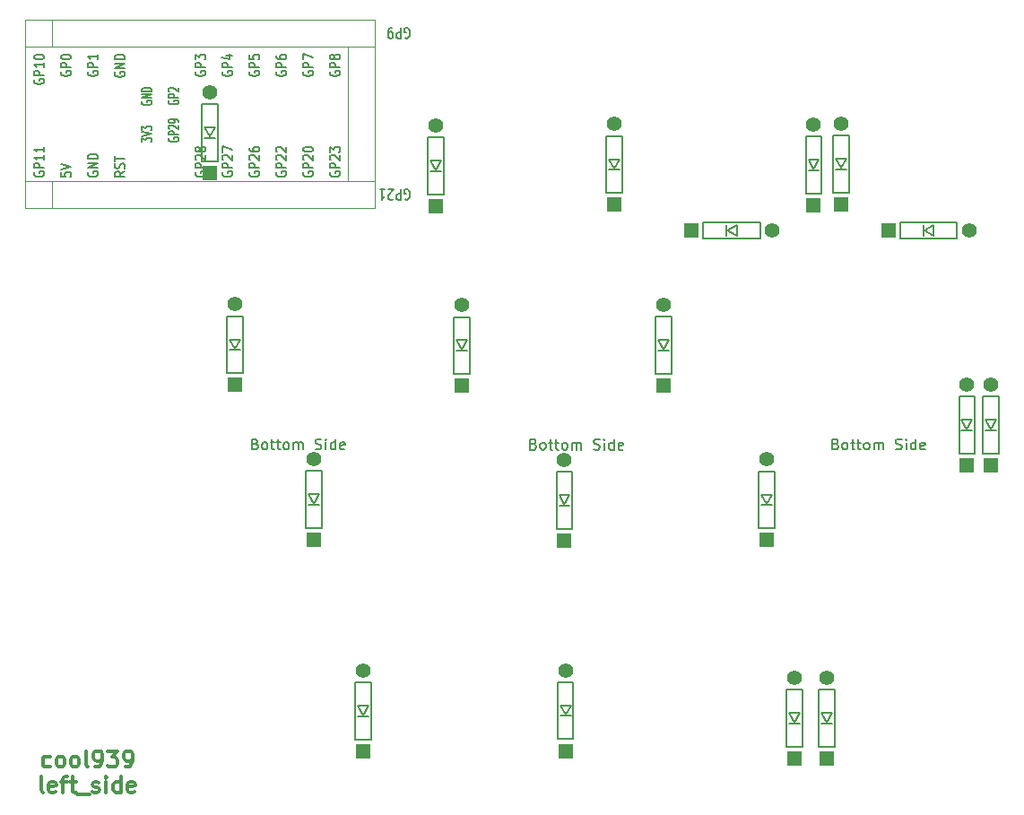
<source format=gbr>
G04 #@! TF.GenerationSoftware,KiCad,Pcbnew,7.0.8*
G04 #@! TF.CreationDate,2024-02-12T18:05:53+09:00*
G04 #@! TF.ProjectId,cool939v2,636f6f6c-3933-4397-9632-2e6b69636164,rev?*
G04 #@! TF.SameCoordinates,Original*
G04 #@! TF.FileFunction,Legend,Top*
G04 #@! TF.FilePolarity,Positive*
%FSLAX46Y46*%
G04 Gerber Fmt 4.6, Leading zero omitted, Abs format (unit mm)*
G04 Created by KiCad (PCBNEW 7.0.8) date 2024-02-12 18:05:53*
%MOMM*%
%LPD*%
G01*
G04 APERTURE LIST*
%ADD10C,0.300000*%
%ADD11C,0.150000*%
%ADD12C,0.120000*%
%ADD13R,1.397000X1.397000*%
%ADD14C,1.397000*%
G04 APERTURE END LIST*
D10*
X21814287Y-61189400D02*
X21671429Y-61260828D01*
X21671429Y-61260828D02*
X21385715Y-61260828D01*
X21385715Y-61260828D02*
X21242858Y-61189400D01*
X21242858Y-61189400D02*
X21171429Y-61117971D01*
X21171429Y-61117971D02*
X21100001Y-60975114D01*
X21100001Y-60975114D02*
X21100001Y-60546542D01*
X21100001Y-60546542D02*
X21171429Y-60403685D01*
X21171429Y-60403685D02*
X21242858Y-60332257D01*
X21242858Y-60332257D02*
X21385715Y-60260828D01*
X21385715Y-60260828D02*
X21671429Y-60260828D01*
X21671429Y-60260828D02*
X21814287Y-60332257D01*
X22671429Y-61260828D02*
X22528572Y-61189400D01*
X22528572Y-61189400D02*
X22457143Y-61117971D01*
X22457143Y-61117971D02*
X22385715Y-60975114D01*
X22385715Y-60975114D02*
X22385715Y-60546542D01*
X22385715Y-60546542D02*
X22457143Y-60403685D01*
X22457143Y-60403685D02*
X22528572Y-60332257D01*
X22528572Y-60332257D02*
X22671429Y-60260828D01*
X22671429Y-60260828D02*
X22885715Y-60260828D01*
X22885715Y-60260828D02*
X23028572Y-60332257D01*
X23028572Y-60332257D02*
X23100001Y-60403685D01*
X23100001Y-60403685D02*
X23171429Y-60546542D01*
X23171429Y-60546542D02*
X23171429Y-60975114D01*
X23171429Y-60975114D02*
X23100001Y-61117971D01*
X23100001Y-61117971D02*
X23028572Y-61189400D01*
X23028572Y-61189400D02*
X22885715Y-61260828D01*
X22885715Y-61260828D02*
X22671429Y-61260828D01*
X24028572Y-61260828D02*
X23885715Y-61189400D01*
X23885715Y-61189400D02*
X23814286Y-61117971D01*
X23814286Y-61117971D02*
X23742858Y-60975114D01*
X23742858Y-60975114D02*
X23742858Y-60546542D01*
X23742858Y-60546542D02*
X23814286Y-60403685D01*
X23814286Y-60403685D02*
X23885715Y-60332257D01*
X23885715Y-60332257D02*
X24028572Y-60260828D01*
X24028572Y-60260828D02*
X24242858Y-60260828D01*
X24242858Y-60260828D02*
X24385715Y-60332257D01*
X24385715Y-60332257D02*
X24457144Y-60403685D01*
X24457144Y-60403685D02*
X24528572Y-60546542D01*
X24528572Y-60546542D02*
X24528572Y-60975114D01*
X24528572Y-60975114D02*
X24457144Y-61117971D01*
X24457144Y-61117971D02*
X24385715Y-61189400D01*
X24385715Y-61189400D02*
X24242858Y-61260828D01*
X24242858Y-61260828D02*
X24028572Y-61260828D01*
X25385715Y-61260828D02*
X25242858Y-61189400D01*
X25242858Y-61189400D02*
X25171429Y-61046542D01*
X25171429Y-61046542D02*
X25171429Y-59760828D01*
X26028572Y-61260828D02*
X26314286Y-61260828D01*
X26314286Y-61260828D02*
X26457143Y-61189400D01*
X26457143Y-61189400D02*
X26528572Y-61117971D01*
X26528572Y-61117971D02*
X26671429Y-60903685D01*
X26671429Y-60903685D02*
X26742858Y-60617971D01*
X26742858Y-60617971D02*
X26742858Y-60046542D01*
X26742858Y-60046542D02*
X26671429Y-59903685D01*
X26671429Y-59903685D02*
X26600001Y-59832257D01*
X26600001Y-59832257D02*
X26457143Y-59760828D01*
X26457143Y-59760828D02*
X26171429Y-59760828D01*
X26171429Y-59760828D02*
X26028572Y-59832257D01*
X26028572Y-59832257D02*
X25957143Y-59903685D01*
X25957143Y-59903685D02*
X25885715Y-60046542D01*
X25885715Y-60046542D02*
X25885715Y-60403685D01*
X25885715Y-60403685D02*
X25957143Y-60546542D01*
X25957143Y-60546542D02*
X26028572Y-60617971D01*
X26028572Y-60617971D02*
X26171429Y-60689400D01*
X26171429Y-60689400D02*
X26457143Y-60689400D01*
X26457143Y-60689400D02*
X26600001Y-60617971D01*
X26600001Y-60617971D02*
X26671429Y-60546542D01*
X26671429Y-60546542D02*
X26742858Y-60403685D01*
X27242857Y-59760828D02*
X28171429Y-59760828D01*
X28171429Y-59760828D02*
X27671429Y-60332257D01*
X27671429Y-60332257D02*
X27885714Y-60332257D01*
X27885714Y-60332257D02*
X28028572Y-60403685D01*
X28028572Y-60403685D02*
X28100000Y-60475114D01*
X28100000Y-60475114D02*
X28171429Y-60617971D01*
X28171429Y-60617971D02*
X28171429Y-60975114D01*
X28171429Y-60975114D02*
X28100000Y-61117971D01*
X28100000Y-61117971D02*
X28028572Y-61189400D01*
X28028572Y-61189400D02*
X27885714Y-61260828D01*
X27885714Y-61260828D02*
X27457143Y-61260828D01*
X27457143Y-61260828D02*
X27314286Y-61189400D01*
X27314286Y-61189400D02*
X27242857Y-61117971D01*
X28885714Y-61260828D02*
X29171428Y-61260828D01*
X29171428Y-61260828D02*
X29314285Y-61189400D01*
X29314285Y-61189400D02*
X29385714Y-61117971D01*
X29385714Y-61117971D02*
X29528571Y-60903685D01*
X29528571Y-60903685D02*
X29600000Y-60617971D01*
X29600000Y-60617971D02*
X29600000Y-60046542D01*
X29600000Y-60046542D02*
X29528571Y-59903685D01*
X29528571Y-59903685D02*
X29457143Y-59832257D01*
X29457143Y-59832257D02*
X29314285Y-59760828D01*
X29314285Y-59760828D02*
X29028571Y-59760828D01*
X29028571Y-59760828D02*
X28885714Y-59832257D01*
X28885714Y-59832257D02*
X28814285Y-59903685D01*
X28814285Y-59903685D02*
X28742857Y-60046542D01*
X28742857Y-60046542D02*
X28742857Y-60403685D01*
X28742857Y-60403685D02*
X28814285Y-60546542D01*
X28814285Y-60546542D02*
X28885714Y-60617971D01*
X28885714Y-60617971D02*
X29028571Y-60689400D01*
X29028571Y-60689400D02*
X29314285Y-60689400D01*
X29314285Y-60689400D02*
X29457143Y-60617971D01*
X29457143Y-60617971D02*
X29528571Y-60546542D01*
X29528571Y-60546542D02*
X29600000Y-60403685D01*
X21171428Y-63675828D02*
X21028571Y-63604400D01*
X21028571Y-63604400D02*
X20957142Y-63461542D01*
X20957142Y-63461542D02*
X20957142Y-62175828D01*
X22314285Y-63604400D02*
X22171428Y-63675828D01*
X22171428Y-63675828D02*
X21885714Y-63675828D01*
X21885714Y-63675828D02*
X21742856Y-63604400D01*
X21742856Y-63604400D02*
X21671428Y-63461542D01*
X21671428Y-63461542D02*
X21671428Y-62890114D01*
X21671428Y-62890114D02*
X21742856Y-62747257D01*
X21742856Y-62747257D02*
X21885714Y-62675828D01*
X21885714Y-62675828D02*
X22171428Y-62675828D01*
X22171428Y-62675828D02*
X22314285Y-62747257D01*
X22314285Y-62747257D02*
X22385714Y-62890114D01*
X22385714Y-62890114D02*
X22385714Y-63032971D01*
X22385714Y-63032971D02*
X21671428Y-63175828D01*
X22814285Y-62675828D02*
X23385713Y-62675828D01*
X23028570Y-63675828D02*
X23028570Y-62390114D01*
X23028570Y-62390114D02*
X23099999Y-62247257D01*
X23099999Y-62247257D02*
X23242856Y-62175828D01*
X23242856Y-62175828D02*
X23385713Y-62175828D01*
X23671428Y-62675828D02*
X24242856Y-62675828D01*
X23885713Y-62175828D02*
X23885713Y-63461542D01*
X23885713Y-63461542D02*
X23957142Y-63604400D01*
X23957142Y-63604400D02*
X24099999Y-63675828D01*
X24099999Y-63675828D02*
X24242856Y-63675828D01*
X24385714Y-63818685D02*
X25528571Y-63818685D01*
X25814285Y-63604400D02*
X25957142Y-63675828D01*
X25957142Y-63675828D02*
X26242856Y-63675828D01*
X26242856Y-63675828D02*
X26385713Y-63604400D01*
X26385713Y-63604400D02*
X26457142Y-63461542D01*
X26457142Y-63461542D02*
X26457142Y-63390114D01*
X26457142Y-63390114D02*
X26385713Y-63247257D01*
X26385713Y-63247257D02*
X26242856Y-63175828D01*
X26242856Y-63175828D02*
X26028571Y-63175828D01*
X26028571Y-63175828D02*
X25885713Y-63104400D01*
X25885713Y-63104400D02*
X25814285Y-62961542D01*
X25814285Y-62961542D02*
X25814285Y-62890114D01*
X25814285Y-62890114D02*
X25885713Y-62747257D01*
X25885713Y-62747257D02*
X26028571Y-62675828D01*
X26028571Y-62675828D02*
X26242856Y-62675828D01*
X26242856Y-62675828D02*
X26385713Y-62747257D01*
X27099999Y-63675828D02*
X27099999Y-62675828D01*
X27099999Y-62175828D02*
X27028571Y-62247257D01*
X27028571Y-62247257D02*
X27099999Y-62318685D01*
X27099999Y-62318685D02*
X27171428Y-62247257D01*
X27171428Y-62247257D02*
X27099999Y-62175828D01*
X27099999Y-62175828D02*
X27099999Y-62318685D01*
X28457143Y-63675828D02*
X28457143Y-62175828D01*
X28457143Y-63604400D02*
X28314285Y-63675828D01*
X28314285Y-63675828D02*
X28028571Y-63675828D01*
X28028571Y-63675828D02*
X27885714Y-63604400D01*
X27885714Y-63604400D02*
X27814285Y-63532971D01*
X27814285Y-63532971D02*
X27742857Y-63390114D01*
X27742857Y-63390114D02*
X27742857Y-62961542D01*
X27742857Y-62961542D02*
X27814285Y-62818685D01*
X27814285Y-62818685D02*
X27885714Y-62747257D01*
X27885714Y-62747257D02*
X28028571Y-62675828D01*
X28028571Y-62675828D02*
X28314285Y-62675828D01*
X28314285Y-62675828D02*
X28457143Y-62747257D01*
X29742857Y-63604400D02*
X29600000Y-63675828D01*
X29600000Y-63675828D02*
X29314286Y-63675828D01*
X29314286Y-63675828D02*
X29171428Y-63604400D01*
X29171428Y-63604400D02*
X29100000Y-63461542D01*
X29100000Y-63461542D02*
X29100000Y-62890114D01*
X29100000Y-62890114D02*
X29171428Y-62747257D01*
X29171428Y-62747257D02*
X29314286Y-62675828D01*
X29314286Y-62675828D02*
X29600000Y-62675828D01*
X29600000Y-62675828D02*
X29742857Y-62747257D01*
X29742857Y-62747257D02*
X29814286Y-62890114D01*
X29814286Y-62890114D02*
X29814286Y-63032971D01*
X29814286Y-63032971D02*
X29100000Y-63175828D01*
D11*
X35544938Y-5071792D02*
X35497319Y-5147982D01*
X35497319Y-5147982D02*
X35497319Y-5262268D01*
X35497319Y-5262268D02*
X35544938Y-5376554D01*
X35544938Y-5376554D02*
X35640176Y-5452744D01*
X35640176Y-5452744D02*
X35735414Y-5490839D01*
X35735414Y-5490839D02*
X35925890Y-5528935D01*
X35925890Y-5528935D02*
X36068747Y-5528935D01*
X36068747Y-5528935D02*
X36259223Y-5490839D01*
X36259223Y-5490839D02*
X36354461Y-5452744D01*
X36354461Y-5452744D02*
X36449700Y-5376554D01*
X36449700Y-5376554D02*
X36497319Y-5262268D01*
X36497319Y-5262268D02*
X36497319Y-5186077D01*
X36497319Y-5186077D02*
X36449700Y-5071792D01*
X36449700Y-5071792D02*
X36402080Y-5033696D01*
X36402080Y-5033696D02*
X36068747Y-5033696D01*
X36068747Y-5033696D02*
X36068747Y-5186077D01*
X36497319Y-4690839D02*
X35497319Y-4690839D01*
X35497319Y-4690839D02*
X35497319Y-4386077D01*
X35497319Y-4386077D02*
X35544938Y-4309887D01*
X35544938Y-4309887D02*
X35592557Y-4271792D01*
X35592557Y-4271792D02*
X35687795Y-4233696D01*
X35687795Y-4233696D02*
X35830652Y-4233696D01*
X35830652Y-4233696D02*
X35925890Y-4271792D01*
X35925890Y-4271792D02*
X35973509Y-4309887D01*
X35973509Y-4309887D02*
X36021128Y-4386077D01*
X36021128Y-4386077D02*
X36021128Y-4690839D01*
X35592557Y-3928935D02*
X35544938Y-3890839D01*
X35544938Y-3890839D02*
X35497319Y-3814649D01*
X35497319Y-3814649D02*
X35497319Y-3624173D01*
X35497319Y-3624173D02*
X35544938Y-3547982D01*
X35544938Y-3547982D02*
X35592557Y-3509887D01*
X35592557Y-3509887D02*
X35687795Y-3471792D01*
X35687795Y-3471792D02*
X35783033Y-3471792D01*
X35783033Y-3471792D02*
X35925890Y-3509887D01*
X35925890Y-3509887D02*
X36497319Y-3967030D01*
X36497319Y-3967030D02*
X36497319Y-3471792D01*
X35925890Y-3014649D02*
X35878271Y-3090839D01*
X35878271Y-3090839D02*
X35830652Y-3128934D01*
X35830652Y-3128934D02*
X35735414Y-3167030D01*
X35735414Y-3167030D02*
X35687795Y-3167030D01*
X35687795Y-3167030D02*
X35592557Y-3128934D01*
X35592557Y-3128934D02*
X35544938Y-3090839D01*
X35544938Y-3090839D02*
X35497319Y-3014649D01*
X35497319Y-3014649D02*
X35497319Y-2862268D01*
X35497319Y-2862268D02*
X35544938Y-2786077D01*
X35544938Y-2786077D02*
X35592557Y-2747982D01*
X35592557Y-2747982D02*
X35687795Y-2709887D01*
X35687795Y-2709887D02*
X35735414Y-2709887D01*
X35735414Y-2709887D02*
X35830652Y-2747982D01*
X35830652Y-2747982D02*
X35878271Y-2786077D01*
X35878271Y-2786077D02*
X35925890Y-2862268D01*
X35925890Y-2862268D02*
X35925890Y-3014649D01*
X35925890Y-3014649D02*
X35973509Y-3090839D01*
X35973509Y-3090839D02*
X36021128Y-3128934D01*
X36021128Y-3128934D02*
X36116366Y-3167030D01*
X36116366Y-3167030D02*
X36306842Y-3167030D01*
X36306842Y-3167030D02*
X36402080Y-3128934D01*
X36402080Y-3128934D02*
X36449700Y-3090839D01*
X36449700Y-3090839D02*
X36497319Y-3014649D01*
X36497319Y-3014649D02*
X36497319Y-2862268D01*
X36497319Y-2862268D02*
X36449700Y-2786077D01*
X36449700Y-2786077D02*
X36402080Y-2747982D01*
X36402080Y-2747982D02*
X36306842Y-2709887D01*
X36306842Y-2709887D02*
X36116366Y-2709887D01*
X36116366Y-2709887D02*
X36021128Y-2747982D01*
X36021128Y-2747982D02*
X35973509Y-2786077D01*
X35973509Y-2786077D02*
X35925890Y-2862268D01*
X48244938Y4428934D02*
X48197319Y4352744D01*
X48197319Y4352744D02*
X48197319Y4238458D01*
X48197319Y4238458D02*
X48244938Y4124172D01*
X48244938Y4124172D02*
X48340176Y4047982D01*
X48340176Y4047982D02*
X48435414Y4009887D01*
X48435414Y4009887D02*
X48625890Y3971791D01*
X48625890Y3971791D02*
X48768747Y3971791D01*
X48768747Y3971791D02*
X48959223Y4009887D01*
X48959223Y4009887D02*
X49054461Y4047982D01*
X49054461Y4047982D02*
X49149700Y4124172D01*
X49149700Y4124172D02*
X49197319Y4238458D01*
X49197319Y4238458D02*
X49197319Y4314649D01*
X49197319Y4314649D02*
X49149700Y4428934D01*
X49149700Y4428934D02*
X49102080Y4467030D01*
X49102080Y4467030D02*
X48768747Y4467030D01*
X48768747Y4467030D02*
X48768747Y4314649D01*
X49197319Y4809887D02*
X48197319Y4809887D01*
X48197319Y4809887D02*
X48197319Y5114649D01*
X48197319Y5114649D02*
X48244938Y5190839D01*
X48244938Y5190839D02*
X48292557Y5228934D01*
X48292557Y5228934D02*
X48387795Y5267030D01*
X48387795Y5267030D02*
X48530652Y5267030D01*
X48530652Y5267030D02*
X48625890Y5228934D01*
X48625890Y5228934D02*
X48673509Y5190839D01*
X48673509Y5190839D02*
X48721128Y5114649D01*
X48721128Y5114649D02*
X48721128Y4809887D01*
X48625890Y5724172D02*
X48578271Y5647982D01*
X48578271Y5647982D02*
X48530652Y5609887D01*
X48530652Y5609887D02*
X48435414Y5571791D01*
X48435414Y5571791D02*
X48387795Y5571791D01*
X48387795Y5571791D02*
X48292557Y5609887D01*
X48292557Y5609887D02*
X48244938Y5647982D01*
X48244938Y5647982D02*
X48197319Y5724172D01*
X48197319Y5724172D02*
X48197319Y5876553D01*
X48197319Y5876553D02*
X48244938Y5952744D01*
X48244938Y5952744D02*
X48292557Y5990839D01*
X48292557Y5990839D02*
X48387795Y6028934D01*
X48387795Y6028934D02*
X48435414Y6028934D01*
X48435414Y6028934D02*
X48530652Y5990839D01*
X48530652Y5990839D02*
X48578271Y5952744D01*
X48578271Y5952744D02*
X48625890Y5876553D01*
X48625890Y5876553D02*
X48625890Y5724172D01*
X48625890Y5724172D02*
X48673509Y5647982D01*
X48673509Y5647982D02*
X48721128Y5609887D01*
X48721128Y5609887D02*
X48816366Y5571791D01*
X48816366Y5571791D02*
X49006842Y5571791D01*
X49006842Y5571791D02*
X49102080Y5609887D01*
X49102080Y5609887D02*
X49149700Y5647982D01*
X49149700Y5647982D02*
X49197319Y5724172D01*
X49197319Y5724172D02*
X49197319Y5876553D01*
X49197319Y5876553D02*
X49149700Y5952744D01*
X49149700Y5952744D02*
X49102080Y5990839D01*
X49102080Y5990839D02*
X49006842Y6028934D01*
X49006842Y6028934D02*
X48816366Y6028934D01*
X48816366Y6028934D02*
X48721128Y5990839D01*
X48721128Y5990839D02*
X48673509Y5952744D01*
X48673509Y5952744D02*
X48625890Y5876553D01*
X33004938Y-1864399D02*
X32957319Y-1921542D01*
X32957319Y-1921542D02*
X32957319Y-2007256D01*
X32957319Y-2007256D02*
X33004938Y-2092970D01*
X33004938Y-2092970D02*
X33100176Y-2150113D01*
X33100176Y-2150113D02*
X33195414Y-2178684D01*
X33195414Y-2178684D02*
X33385890Y-2207256D01*
X33385890Y-2207256D02*
X33528747Y-2207256D01*
X33528747Y-2207256D02*
X33719223Y-2178684D01*
X33719223Y-2178684D02*
X33814461Y-2150113D01*
X33814461Y-2150113D02*
X33909700Y-2092970D01*
X33909700Y-2092970D02*
X33957319Y-2007256D01*
X33957319Y-2007256D02*
X33957319Y-1950113D01*
X33957319Y-1950113D02*
X33909700Y-1864399D01*
X33909700Y-1864399D02*
X33862080Y-1835827D01*
X33862080Y-1835827D02*
X33528747Y-1835827D01*
X33528747Y-1835827D02*
X33528747Y-1950113D01*
X33957319Y-1578684D02*
X32957319Y-1578684D01*
X32957319Y-1578684D02*
X32957319Y-1350113D01*
X32957319Y-1350113D02*
X33004938Y-1292970D01*
X33004938Y-1292970D02*
X33052557Y-1264399D01*
X33052557Y-1264399D02*
X33147795Y-1235827D01*
X33147795Y-1235827D02*
X33290652Y-1235827D01*
X33290652Y-1235827D02*
X33385890Y-1264399D01*
X33385890Y-1264399D02*
X33433509Y-1292970D01*
X33433509Y-1292970D02*
X33481128Y-1350113D01*
X33481128Y-1350113D02*
X33481128Y-1578684D01*
X33052557Y-1007256D02*
X33004938Y-978684D01*
X33004938Y-978684D02*
X32957319Y-921542D01*
X32957319Y-921542D02*
X32957319Y-778684D01*
X32957319Y-778684D02*
X33004938Y-721542D01*
X33004938Y-721542D02*
X33052557Y-692970D01*
X33052557Y-692970D02*
X33147795Y-664399D01*
X33147795Y-664399D02*
X33243033Y-664399D01*
X33243033Y-664399D02*
X33385890Y-692970D01*
X33385890Y-692970D02*
X33957319Y-1035827D01*
X33957319Y-1035827D02*
X33957319Y-664399D01*
X33957319Y-378684D02*
X33957319Y-264398D01*
X33957319Y-264398D02*
X33909700Y-207255D01*
X33909700Y-207255D02*
X33862080Y-178684D01*
X33862080Y-178684D02*
X33719223Y-121541D01*
X33719223Y-121541D02*
X33528747Y-92970D01*
X33528747Y-92970D02*
X33147795Y-92970D01*
X33147795Y-92970D02*
X33052557Y-121541D01*
X33052557Y-121541D02*
X33004938Y-150113D01*
X33004938Y-150113D02*
X32957319Y-207255D01*
X32957319Y-207255D02*
X32957319Y-321541D01*
X32957319Y-321541D02*
X33004938Y-378684D01*
X33004938Y-378684D02*
X33052557Y-407255D01*
X33052557Y-407255D02*
X33147795Y-435827D01*
X33147795Y-435827D02*
X33385890Y-435827D01*
X33385890Y-435827D02*
X33481128Y-407255D01*
X33481128Y-407255D02*
X33528747Y-378684D01*
X33528747Y-378684D02*
X33576366Y-321541D01*
X33576366Y-321541D02*
X33576366Y-207255D01*
X33576366Y-207255D02*
X33528747Y-150113D01*
X33528747Y-150113D02*
X33481128Y-121541D01*
X33481128Y-121541D02*
X33385890Y-92970D01*
X45704938Y4428934D02*
X45657319Y4352744D01*
X45657319Y4352744D02*
X45657319Y4238458D01*
X45657319Y4238458D02*
X45704938Y4124172D01*
X45704938Y4124172D02*
X45800176Y4047982D01*
X45800176Y4047982D02*
X45895414Y4009887D01*
X45895414Y4009887D02*
X46085890Y3971791D01*
X46085890Y3971791D02*
X46228747Y3971791D01*
X46228747Y3971791D02*
X46419223Y4009887D01*
X46419223Y4009887D02*
X46514461Y4047982D01*
X46514461Y4047982D02*
X46609700Y4124172D01*
X46609700Y4124172D02*
X46657319Y4238458D01*
X46657319Y4238458D02*
X46657319Y4314649D01*
X46657319Y4314649D02*
X46609700Y4428934D01*
X46609700Y4428934D02*
X46562080Y4467030D01*
X46562080Y4467030D02*
X46228747Y4467030D01*
X46228747Y4467030D02*
X46228747Y4314649D01*
X46657319Y4809887D02*
X45657319Y4809887D01*
X45657319Y4809887D02*
X45657319Y5114649D01*
X45657319Y5114649D02*
X45704938Y5190839D01*
X45704938Y5190839D02*
X45752557Y5228934D01*
X45752557Y5228934D02*
X45847795Y5267030D01*
X45847795Y5267030D02*
X45990652Y5267030D01*
X45990652Y5267030D02*
X46085890Y5228934D01*
X46085890Y5228934D02*
X46133509Y5190839D01*
X46133509Y5190839D02*
X46181128Y5114649D01*
X46181128Y5114649D02*
X46181128Y4809887D01*
X45657319Y5533696D02*
X45657319Y6067030D01*
X45657319Y6067030D02*
X46657319Y5724172D01*
X40624938Y-5071792D02*
X40577319Y-5147982D01*
X40577319Y-5147982D02*
X40577319Y-5262268D01*
X40577319Y-5262268D02*
X40624938Y-5376554D01*
X40624938Y-5376554D02*
X40720176Y-5452744D01*
X40720176Y-5452744D02*
X40815414Y-5490839D01*
X40815414Y-5490839D02*
X41005890Y-5528935D01*
X41005890Y-5528935D02*
X41148747Y-5528935D01*
X41148747Y-5528935D02*
X41339223Y-5490839D01*
X41339223Y-5490839D02*
X41434461Y-5452744D01*
X41434461Y-5452744D02*
X41529700Y-5376554D01*
X41529700Y-5376554D02*
X41577319Y-5262268D01*
X41577319Y-5262268D02*
X41577319Y-5186077D01*
X41577319Y-5186077D02*
X41529700Y-5071792D01*
X41529700Y-5071792D02*
X41482080Y-5033696D01*
X41482080Y-5033696D02*
X41148747Y-5033696D01*
X41148747Y-5033696D02*
X41148747Y-5186077D01*
X41577319Y-4690839D02*
X40577319Y-4690839D01*
X40577319Y-4690839D02*
X40577319Y-4386077D01*
X40577319Y-4386077D02*
X40624938Y-4309887D01*
X40624938Y-4309887D02*
X40672557Y-4271792D01*
X40672557Y-4271792D02*
X40767795Y-4233696D01*
X40767795Y-4233696D02*
X40910652Y-4233696D01*
X40910652Y-4233696D02*
X41005890Y-4271792D01*
X41005890Y-4271792D02*
X41053509Y-4309887D01*
X41053509Y-4309887D02*
X41101128Y-4386077D01*
X41101128Y-4386077D02*
X41101128Y-4690839D01*
X40672557Y-3928935D02*
X40624938Y-3890839D01*
X40624938Y-3890839D02*
X40577319Y-3814649D01*
X40577319Y-3814649D02*
X40577319Y-3624173D01*
X40577319Y-3624173D02*
X40624938Y-3547982D01*
X40624938Y-3547982D02*
X40672557Y-3509887D01*
X40672557Y-3509887D02*
X40767795Y-3471792D01*
X40767795Y-3471792D02*
X40863033Y-3471792D01*
X40863033Y-3471792D02*
X41005890Y-3509887D01*
X41005890Y-3509887D02*
X41577319Y-3967030D01*
X41577319Y-3967030D02*
X41577319Y-3471792D01*
X40577319Y-2786077D02*
X40577319Y-2938458D01*
X40577319Y-2938458D02*
X40624938Y-3014649D01*
X40624938Y-3014649D02*
X40672557Y-3052744D01*
X40672557Y-3052744D02*
X40815414Y-3128934D01*
X40815414Y-3128934D02*
X41005890Y-3167030D01*
X41005890Y-3167030D02*
X41386842Y-3167030D01*
X41386842Y-3167030D02*
X41482080Y-3128934D01*
X41482080Y-3128934D02*
X41529700Y-3090839D01*
X41529700Y-3090839D02*
X41577319Y-3014649D01*
X41577319Y-3014649D02*
X41577319Y-2862268D01*
X41577319Y-2862268D02*
X41529700Y-2786077D01*
X41529700Y-2786077D02*
X41482080Y-2747982D01*
X41482080Y-2747982D02*
X41386842Y-2709887D01*
X41386842Y-2709887D02*
X41148747Y-2709887D01*
X41148747Y-2709887D02*
X41053509Y-2747982D01*
X41053509Y-2747982D02*
X41005890Y-2786077D01*
X41005890Y-2786077D02*
X40958271Y-2862268D01*
X40958271Y-2862268D02*
X40958271Y-3014649D01*
X40958271Y-3014649D02*
X41005890Y-3090839D01*
X41005890Y-3090839D02*
X41053509Y-3128934D01*
X41053509Y-3128934D02*
X41148747Y-3167030D01*
X38084938Y-5071792D02*
X38037319Y-5147982D01*
X38037319Y-5147982D02*
X38037319Y-5262268D01*
X38037319Y-5262268D02*
X38084938Y-5376554D01*
X38084938Y-5376554D02*
X38180176Y-5452744D01*
X38180176Y-5452744D02*
X38275414Y-5490839D01*
X38275414Y-5490839D02*
X38465890Y-5528935D01*
X38465890Y-5528935D02*
X38608747Y-5528935D01*
X38608747Y-5528935D02*
X38799223Y-5490839D01*
X38799223Y-5490839D02*
X38894461Y-5452744D01*
X38894461Y-5452744D02*
X38989700Y-5376554D01*
X38989700Y-5376554D02*
X39037319Y-5262268D01*
X39037319Y-5262268D02*
X39037319Y-5186077D01*
X39037319Y-5186077D02*
X38989700Y-5071792D01*
X38989700Y-5071792D02*
X38942080Y-5033696D01*
X38942080Y-5033696D02*
X38608747Y-5033696D01*
X38608747Y-5033696D02*
X38608747Y-5186077D01*
X39037319Y-4690839D02*
X38037319Y-4690839D01*
X38037319Y-4690839D02*
X38037319Y-4386077D01*
X38037319Y-4386077D02*
X38084938Y-4309887D01*
X38084938Y-4309887D02*
X38132557Y-4271792D01*
X38132557Y-4271792D02*
X38227795Y-4233696D01*
X38227795Y-4233696D02*
X38370652Y-4233696D01*
X38370652Y-4233696D02*
X38465890Y-4271792D01*
X38465890Y-4271792D02*
X38513509Y-4309887D01*
X38513509Y-4309887D02*
X38561128Y-4386077D01*
X38561128Y-4386077D02*
X38561128Y-4690839D01*
X38132557Y-3928935D02*
X38084938Y-3890839D01*
X38084938Y-3890839D02*
X38037319Y-3814649D01*
X38037319Y-3814649D02*
X38037319Y-3624173D01*
X38037319Y-3624173D02*
X38084938Y-3547982D01*
X38084938Y-3547982D02*
X38132557Y-3509887D01*
X38132557Y-3509887D02*
X38227795Y-3471792D01*
X38227795Y-3471792D02*
X38323033Y-3471792D01*
X38323033Y-3471792D02*
X38465890Y-3509887D01*
X38465890Y-3509887D02*
X39037319Y-3967030D01*
X39037319Y-3967030D02*
X39037319Y-3471792D01*
X38037319Y-3205125D02*
X38037319Y-2671791D01*
X38037319Y-2671791D02*
X39037319Y-3014649D01*
X22844938Y4428934D02*
X22797319Y4352744D01*
X22797319Y4352744D02*
X22797319Y4238458D01*
X22797319Y4238458D02*
X22844938Y4124172D01*
X22844938Y4124172D02*
X22940176Y4047982D01*
X22940176Y4047982D02*
X23035414Y4009887D01*
X23035414Y4009887D02*
X23225890Y3971791D01*
X23225890Y3971791D02*
X23368747Y3971791D01*
X23368747Y3971791D02*
X23559223Y4009887D01*
X23559223Y4009887D02*
X23654461Y4047982D01*
X23654461Y4047982D02*
X23749700Y4124172D01*
X23749700Y4124172D02*
X23797319Y4238458D01*
X23797319Y4238458D02*
X23797319Y4314649D01*
X23797319Y4314649D02*
X23749700Y4428934D01*
X23749700Y4428934D02*
X23702080Y4467030D01*
X23702080Y4467030D02*
X23368747Y4467030D01*
X23368747Y4467030D02*
X23368747Y4314649D01*
X23797319Y4809887D02*
X22797319Y4809887D01*
X22797319Y4809887D02*
X22797319Y5114649D01*
X22797319Y5114649D02*
X22844938Y5190839D01*
X22844938Y5190839D02*
X22892557Y5228934D01*
X22892557Y5228934D02*
X22987795Y5267030D01*
X22987795Y5267030D02*
X23130652Y5267030D01*
X23130652Y5267030D02*
X23225890Y5228934D01*
X23225890Y5228934D02*
X23273509Y5190839D01*
X23273509Y5190839D02*
X23321128Y5114649D01*
X23321128Y5114649D02*
X23321128Y4809887D01*
X22797319Y5762268D02*
X22797319Y5838458D01*
X22797319Y5838458D02*
X22844938Y5914649D01*
X22844938Y5914649D02*
X22892557Y5952744D01*
X22892557Y5952744D02*
X22987795Y5990839D01*
X22987795Y5990839D02*
X23178271Y6028934D01*
X23178271Y6028934D02*
X23416366Y6028934D01*
X23416366Y6028934D02*
X23606842Y5990839D01*
X23606842Y5990839D02*
X23702080Y5952744D01*
X23702080Y5952744D02*
X23749700Y5914649D01*
X23749700Y5914649D02*
X23797319Y5838458D01*
X23797319Y5838458D02*
X23797319Y5762268D01*
X23797319Y5762268D02*
X23749700Y5686077D01*
X23749700Y5686077D02*
X23702080Y5647982D01*
X23702080Y5647982D02*
X23606842Y5609887D01*
X23606842Y5609887D02*
X23416366Y5571791D01*
X23416366Y5571791D02*
X23178271Y5571791D01*
X23178271Y5571791D02*
X22987795Y5609887D01*
X22987795Y5609887D02*
X22892557Y5647982D01*
X22892557Y5647982D02*
X22844938Y5686077D01*
X22844938Y5686077D02*
X22797319Y5762268D01*
X22797319Y-5109887D02*
X22797319Y-5490839D01*
X22797319Y-5490839D02*
X23273509Y-5528935D01*
X23273509Y-5528935D02*
X23225890Y-5490839D01*
X23225890Y-5490839D02*
X23178271Y-5414649D01*
X23178271Y-5414649D02*
X23178271Y-5224173D01*
X23178271Y-5224173D02*
X23225890Y-5147982D01*
X23225890Y-5147982D02*
X23273509Y-5109887D01*
X23273509Y-5109887D02*
X23368747Y-5071792D01*
X23368747Y-5071792D02*
X23606842Y-5071792D01*
X23606842Y-5071792D02*
X23702080Y-5109887D01*
X23702080Y-5109887D02*
X23749700Y-5147982D01*
X23749700Y-5147982D02*
X23797319Y-5224173D01*
X23797319Y-5224173D02*
X23797319Y-5414649D01*
X23797319Y-5414649D02*
X23749700Y-5490839D01*
X23749700Y-5490839D02*
X23702080Y-5528935D01*
X22797319Y-4843220D02*
X23797319Y-4576553D01*
X23797319Y-4576553D02*
X22797319Y-4309887D01*
X43164938Y4428934D02*
X43117319Y4352744D01*
X43117319Y4352744D02*
X43117319Y4238458D01*
X43117319Y4238458D02*
X43164938Y4124172D01*
X43164938Y4124172D02*
X43260176Y4047982D01*
X43260176Y4047982D02*
X43355414Y4009887D01*
X43355414Y4009887D02*
X43545890Y3971791D01*
X43545890Y3971791D02*
X43688747Y3971791D01*
X43688747Y3971791D02*
X43879223Y4009887D01*
X43879223Y4009887D02*
X43974461Y4047982D01*
X43974461Y4047982D02*
X44069700Y4124172D01*
X44069700Y4124172D02*
X44117319Y4238458D01*
X44117319Y4238458D02*
X44117319Y4314649D01*
X44117319Y4314649D02*
X44069700Y4428934D01*
X44069700Y4428934D02*
X44022080Y4467030D01*
X44022080Y4467030D02*
X43688747Y4467030D01*
X43688747Y4467030D02*
X43688747Y4314649D01*
X44117319Y4809887D02*
X43117319Y4809887D01*
X43117319Y4809887D02*
X43117319Y5114649D01*
X43117319Y5114649D02*
X43164938Y5190839D01*
X43164938Y5190839D02*
X43212557Y5228934D01*
X43212557Y5228934D02*
X43307795Y5267030D01*
X43307795Y5267030D02*
X43450652Y5267030D01*
X43450652Y5267030D02*
X43545890Y5228934D01*
X43545890Y5228934D02*
X43593509Y5190839D01*
X43593509Y5190839D02*
X43641128Y5114649D01*
X43641128Y5114649D02*
X43641128Y4809887D01*
X43117319Y5952744D02*
X43117319Y5800363D01*
X43117319Y5800363D02*
X43164938Y5724172D01*
X43164938Y5724172D02*
X43212557Y5686077D01*
X43212557Y5686077D02*
X43355414Y5609887D01*
X43355414Y5609887D02*
X43545890Y5571791D01*
X43545890Y5571791D02*
X43926842Y5571791D01*
X43926842Y5571791D02*
X44022080Y5609887D01*
X44022080Y5609887D02*
X44069700Y5647982D01*
X44069700Y5647982D02*
X44117319Y5724172D01*
X44117319Y5724172D02*
X44117319Y5876553D01*
X44117319Y5876553D02*
X44069700Y5952744D01*
X44069700Y5952744D02*
X44022080Y5990839D01*
X44022080Y5990839D02*
X43926842Y6028934D01*
X43926842Y6028934D02*
X43688747Y6028934D01*
X43688747Y6028934D02*
X43593509Y5990839D01*
X43593509Y5990839D02*
X43545890Y5952744D01*
X43545890Y5952744D02*
X43498271Y5876553D01*
X43498271Y5876553D02*
X43498271Y5724172D01*
X43498271Y5724172D02*
X43545890Y5647982D01*
X43545890Y5647982D02*
X43593509Y5609887D01*
X43593509Y5609887D02*
X43688747Y5571791D01*
X25384938Y-5071792D02*
X25337319Y-5147982D01*
X25337319Y-5147982D02*
X25337319Y-5262268D01*
X25337319Y-5262268D02*
X25384938Y-5376554D01*
X25384938Y-5376554D02*
X25480176Y-5452744D01*
X25480176Y-5452744D02*
X25575414Y-5490839D01*
X25575414Y-5490839D02*
X25765890Y-5528935D01*
X25765890Y-5528935D02*
X25908747Y-5528935D01*
X25908747Y-5528935D02*
X26099223Y-5490839D01*
X26099223Y-5490839D02*
X26194461Y-5452744D01*
X26194461Y-5452744D02*
X26289700Y-5376554D01*
X26289700Y-5376554D02*
X26337319Y-5262268D01*
X26337319Y-5262268D02*
X26337319Y-5186077D01*
X26337319Y-5186077D02*
X26289700Y-5071792D01*
X26289700Y-5071792D02*
X26242080Y-5033696D01*
X26242080Y-5033696D02*
X25908747Y-5033696D01*
X25908747Y-5033696D02*
X25908747Y-5186077D01*
X26337319Y-4690839D02*
X25337319Y-4690839D01*
X25337319Y-4690839D02*
X26337319Y-4233696D01*
X26337319Y-4233696D02*
X25337319Y-4233696D01*
X26337319Y-3852744D02*
X25337319Y-3852744D01*
X25337319Y-3852744D02*
X25337319Y-3662268D01*
X25337319Y-3662268D02*
X25384938Y-3547982D01*
X25384938Y-3547982D02*
X25480176Y-3471792D01*
X25480176Y-3471792D02*
X25575414Y-3433697D01*
X25575414Y-3433697D02*
X25765890Y-3395601D01*
X25765890Y-3395601D02*
X25908747Y-3395601D01*
X25908747Y-3395601D02*
X26099223Y-3433697D01*
X26099223Y-3433697D02*
X26194461Y-3471792D01*
X26194461Y-3471792D02*
X26289700Y-3547982D01*
X26289700Y-3547982D02*
X26337319Y-3662268D01*
X26337319Y-3662268D02*
X26337319Y-3852744D01*
X55310840Y-7645061D02*
X55387030Y-7692680D01*
X55387030Y-7692680D02*
X55501316Y-7692680D01*
X55501316Y-7692680D02*
X55615602Y-7645061D01*
X55615602Y-7645061D02*
X55691792Y-7549823D01*
X55691792Y-7549823D02*
X55729887Y-7454585D01*
X55729887Y-7454585D02*
X55767983Y-7264109D01*
X55767983Y-7264109D02*
X55767983Y-7121252D01*
X55767983Y-7121252D02*
X55729887Y-6930776D01*
X55729887Y-6930776D02*
X55691792Y-6835538D01*
X55691792Y-6835538D02*
X55615602Y-6740300D01*
X55615602Y-6740300D02*
X55501316Y-6692680D01*
X55501316Y-6692680D02*
X55425125Y-6692680D01*
X55425125Y-6692680D02*
X55310840Y-6740300D01*
X55310840Y-6740300D02*
X55272744Y-6787919D01*
X55272744Y-6787919D02*
X55272744Y-7121252D01*
X55272744Y-7121252D02*
X55425125Y-7121252D01*
X54929887Y-6692680D02*
X54929887Y-7692680D01*
X54929887Y-7692680D02*
X54625125Y-7692680D01*
X54625125Y-7692680D02*
X54548935Y-7645061D01*
X54548935Y-7645061D02*
X54510840Y-7597442D01*
X54510840Y-7597442D02*
X54472744Y-7502204D01*
X54472744Y-7502204D02*
X54472744Y-7359347D01*
X54472744Y-7359347D02*
X54510840Y-7264109D01*
X54510840Y-7264109D02*
X54548935Y-7216490D01*
X54548935Y-7216490D02*
X54625125Y-7168871D01*
X54625125Y-7168871D02*
X54929887Y-7168871D01*
X54167983Y-7597442D02*
X54129887Y-7645061D01*
X54129887Y-7645061D02*
X54053697Y-7692680D01*
X54053697Y-7692680D02*
X53863221Y-7692680D01*
X53863221Y-7692680D02*
X53787030Y-7645061D01*
X53787030Y-7645061D02*
X53748935Y-7597442D01*
X53748935Y-7597442D02*
X53710840Y-7502204D01*
X53710840Y-7502204D02*
X53710840Y-7406966D01*
X53710840Y-7406966D02*
X53748935Y-7264109D01*
X53748935Y-7264109D02*
X54206078Y-6692680D01*
X54206078Y-6692680D02*
X53710840Y-6692680D01*
X52948935Y-6692680D02*
X53406078Y-6692680D01*
X53177506Y-6692680D02*
X53177506Y-7692680D01*
X53177506Y-7692680D02*
X53253697Y-7549823D01*
X53253697Y-7549823D02*
X53329887Y-7454585D01*
X53329887Y-7454585D02*
X53406078Y-7406966D01*
X20304938Y3667029D02*
X20257319Y3590839D01*
X20257319Y3590839D02*
X20257319Y3476553D01*
X20257319Y3476553D02*
X20304938Y3362267D01*
X20304938Y3362267D02*
X20400176Y3286077D01*
X20400176Y3286077D02*
X20495414Y3247982D01*
X20495414Y3247982D02*
X20685890Y3209886D01*
X20685890Y3209886D02*
X20828747Y3209886D01*
X20828747Y3209886D02*
X21019223Y3247982D01*
X21019223Y3247982D02*
X21114461Y3286077D01*
X21114461Y3286077D02*
X21209700Y3362267D01*
X21209700Y3362267D02*
X21257319Y3476553D01*
X21257319Y3476553D02*
X21257319Y3552744D01*
X21257319Y3552744D02*
X21209700Y3667029D01*
X21209700Y3667029D02*
X21162080Y3705125D01*
X21162080Y3705125D02*
X20828747Y3705125D01*
X20828747Y3705125D02*
X20828747Y3552744D01*
X21257319Y4047982D02*
X20257319Y4047982D01*
X20257319Y4047982D02*
X20257319Y4352744D01*
X20257319Y4352744D02*
X20304938Y4428934D01*
X20304938Y4428934D02*
X20352557Y4467029D01*
X20352557Y4467029D02*
X20447795Y4505125D01*
X20447795Y4505125D02*
X20590652Y4505125D01*
X20590652Y4505125D02*
X20685890Y4467029D01*
X20685890Y4467029D02*
X20733509Y4428934D01*
X20733509Y4428934D02*
X20781128Y4352744D01*
X20781128Y4352744D02*
X20781128Y4047982D01*
X21257319Y5267029D02*
X21257319Y4809886D01*
X21257319Y5038458D02*
X20257319Y5038458D01*
X20257319Y5038458D02*
X20400176Y4962267D01*
X20400176Y4962267D02*
X20495414Y4886077D01*
X20495414Y4886077D02*
X20543033Y4809886D01*
X20257319Y5762268D02*
X20257319Y5838458D01*
X20257319Y5838458D02*
X20304938Y5914649D01*
X20304938Y5914649D02*
X20352557Y5952744D01*
X20352557Y5952744D02*
X20447795Y5990839D01*
X20447795Y5990839D02*
X20638271Y6028934D01*
X20638271Y6028934D02*
X20876366Y6028934D01*
X20876366Y6028934D02*
X21066842Y5990839D01*
X21066842Y5990839D02*
X21162080Y5952744D01*
X21162080Y5952744D02*
X21209700Y5914649D01*
X21209700Y5914649D02*
X21257319Y5838458D01*
X21257319Y5838458D02*
X21257319Y5762268D01*
X21257319Y5762268D02*
X21209700Y5686077D01*
X21209700Y5686077D02*
X21162080Y5647982D01*
X21162080Y5647982D02*
X21066842Y5609887D01*
X21066842Y5609887D02*
X20876366Y5571791D01*
X20876366Y5571791D02*
X20638271Y5571791D01*
X20638271Y5571791D02*
X20447795Y5609887D01*
X20447795Y5609887D02*
X20352557Y5647982D01*
X20352557Y5647982D02*
X20304938Y5686077D01*
X20304938Y5686077D02*
X20257319Y5762268D01*
X38084938Y4428934D02*
X38037319Y4352744D01*
X38037319Y4352744D02*
X38037319Y4238458D01*
X38037319Y4238458D02*
X38084938Y4124172D01*
X38084938Y4124172D02*
X38180176Y4047982D01*
X38180176Y4047982D02*
X38275414Y4009887D01*
X38275414Y4009887D02*
X38465890Y3971791D01*
X38465890Y3971791D02*
X38608747Y3971791D01*
X38608747Y3971791D02*
X38799223Y4009887D01*
X38799223Y4009887D02*
X38894461Y4047982D01*
X38894461Y4047982D02*
X38989700Y4124172D01*
X38989700Y4124172D02*
X39037319Y4238458D01*
X39037319Y4238458D02*
X39037319Y4314649D01*
X39037319Y4314649D02*
X38989700Y4428934D01*
X38989700Y4428934D02*
X38942080Y4467030D01*
X38942080Y4467030D02*
X38608747Y4467030D01*
X38608747Y4467030D02*
X38608747Y4314649D01*
X39037319Y4809887D02*
X38037319Y4809887D01*
X38037319Y4809887D02*
X38037319Y5114649D01*
X38037319Y5114649D02*
X38084938Y5190839D01*
X38084938Y5190839D02*
X38132557Y5228934D01*
X38132557Y5228934D02*
X38227795Y5267030D01*
X38227795Y5267030D02*
X38370652Y5267030D01*
X38370652Y5267030D02*
X38465890Y5228934D01*
X38465890Y5228934D02*
X38513509Y5190839D01*
X38513509Y5190839D02*
X38561128Y5114649D01*
X38561128Y5114649D02*
X38561128Y4809887D01*
X38370652Y5952744D02*
X39037319Y5952744D01*
X37989700Y5762268D02*
X38703985Y5571791D01*
X38703985Y5571791D02*
X38703985Y6067030D01*
X48244938Y-5071792D02*
X48197319Y-5147982D01*
X48197319Y-5147982D02*
X48197319Y-5262268D01*
X48197319Y-5262268D02*
X48244938Y-5376554D01*
X48244938Y-5376554D02*
X48340176Y-5452744D01*
X48340176Y-5452744D02*
X48435414Y-5490839D01*
X48435414Y-5490839D02*
X48625890Y-5528935D01*
X48625890Y-5528935D02*
X48768747Y-5528935D01*
X48768747Y-5528935D02*
X48959223Y-5490839D01*
X48959223Y-5490839D02*
X49054461Y-5452744D01*
X49054461Y-5452744D02*
X49149700Y-5376554D01*
X49149700Y-5376554D02*
X49197319Y-5262268D01*
X49197319Y-5262268D02*
X49197319Y-5186077D01*
X49197319Y-5186077D02*
X49149700Y-5071792D01*
X49149700Y-5071792D02*
X49102080Y-5033696D01*
X49102080Y-5033696D02*
X48768747Y-5033696D01*
X48768747Y-5033696D02*
X48768747Y-5186077D01*
X49197319Y-4690839D02*
X48197319Y-4690839D01*
X48197319Y-4690839D02*
X48197319Y-4386077D01*
X48197319Y-4386077D02*
X48244938Y-4309887D01*
X48244938Y-4309887D02*
X48292557Y-4271792D01*
X48292557Y-4271792D02*
X48387795Y-4233696D01*
X48387795Y-4233696D02*
X48530652Y-4233696D01*
X48530652Y-4233696D02*
X48625890Y-4271792D01*
X48625890Y-4271792D02*
X48673509Y-4309887D01*
X48673509Y-4309887D02*
X48721128Y-4386077D01*
X48721128Y-4386077D02*
X48721128Y-4690839D01*
X48292557Y-3928935D02*
X48244938Y-3890839D01*
X48244938Y-3890839D02*
X48197319Y-3814649D01*
X48197319Y-3814649D02*
X48197319Y-3624173D01*
X48197319Y-3624173D02*
X48244938Y-3547982D01*
X48244938Y-3547982D02*
X48292557Y-3509887D01*
X48292557Y-3509887D02*
X48387795Y-3471792D01*
X48387795Y-3471792D02*
X48483033Y-3471792D01*
X48483033Y-3471792D02*
X48625890Y-3509887D01*
X48625890Y-3509887D02*
X49197319Y-3967030D01*
X49197319Y-3967030D02*
X49197319Y-3471792D01*
X48197319Y-3205125D02*
X48197319Y-2709887D01*
X48197319Y-2709887D02*
X48578271Y-2976553D01*
X48578271Y-2976553D02*
X48578271Y-2862268D01*
X48578271Y-2862268D02*
X48625890Y-2786077D01*
X48625890Y-2786077D02*
X48673509Y-2747982D01*
X48673509Y-2747982D02*
X48768747Y-2709887D01*
X48768747Y-2709887D02*
X49006842Y-2709887D01*
X49006842Y-2709887D02*
X49102080Y-2747982D01*
X49102080Y-2747982D02*
X49149700Y-2786077D01*
X49149700Y-2786077D02*
X49197319Y-2862268D01*
X49197319Y-2862268D02*
X49197319Y-3090839D01*
X49197319Y-3090839D02*
X49149700Y-3167030D01*
X49149700Y-3167030D02*
X49102080Y-3205125D01*
X25384938Y4428934D02*
X25337319Y4352744D01*
X25337319Y4352744D02*
X25337319Y4238458D01*
X25337319Y4238458D02*
X25384938Y4124172D01*
X25384938Y4124172D02*
X25480176Y4047982D01*
X25480176Y4047982D02*
X25575414Y4009887D01*
X25575414Y4009887D02*
X25765890Y3971791D01*
X25765890Y3971791D02*
X25908747Y3971791D01*
X25908747Y3971791D02*
X26099223Y4009887D01*
X26099223Y4009887D02*
X26194461Y4047982D01*
X26194461Y4047982D02*
X26289700Y4124172D01*
X26289700Y4124172D02*
X26337319Y4238458D01*
X26337319Y4238458D02*
X26337319Y4314649D01*
X26337319Y4314649D02*
X26289700Y4428934D01*
X26289700Y4428934D02*
X26242080Y4467030D01*
X26242080Y4467030D02*
X25908747Y4467030D01*
X25908747Y4467030D02*
X25908747Y4314649D01*
X26337319Y4809887D02*
X25337319Y4809887D01*
X25337319Y4809887D02*
X25337319Y5114649D01*
X25337319Y5114649D02*
X25384938Y5190839D01*
X25384938Y5190839D02*
X25432557Y5228934D01*
X25432557Y5228934D02*
X25527795Y5267030D01*
X25527795Y5267030D02*
X25670652Y5267030D01*
X25670652Y5267030D02*
X25765890Y5228934D01*
X25765890Y5228934D02*
X25813509Y5190839D01*
X25813509Y5190839D02*
X25861128Y5114649D01*
X25861128Y5114649D02*
X25861128Y4809887D01*
X26337319Y6028934D02*
X26337319Y5571791D01*
X26337319Y5800363D02*
X25337319Y5800363D01*
X25337319Y5800363D02*
X25480176Y5724172D01*
X25480176Y5724172D02*
X25575414Y5647982D01*
X25575414Y5647982D02*
X25623033Y5571791D01*
X40624938Y4428934D02*
X40577319Y4352744D01*
X40577319Y4352744D02*
X40577319Y4238458D01*
X40577319Y4238458D02*
X40624938Y4124172D01*
X40624938Y4124172D02*
X40720176Y4047982D01*
X40720176Y4047982D02*
X40815414Y4009887D01*
X40815414Y4009887D02*
X41005890Y3971791D01*
X41005890Y3971791D02*
X41148747Y3971791D01*
X41148747Y3971791D02*
X41339223Y4009887D01*
X41339223Y4009887D02*
X41434461Y4047982D01*
X41434461Y4047982D02*
X41529700Y4124172D01*
X41529700Y4124172D02*
X41577319Y4238458D01*
X41577319Y4238458D02*
X41577319Y4314649D01*
X41577319Y4314649D02*
X41529700Y4428934D01*
X41529700Y4428934D02*
X41482080Y4467030D01*
X41482080Y4467030D02*
X41148747Y4467030D01*
X41148747Y4467030D02*
X41148747Y4314649D01*
X41577319Y4809887D02*
X40577319Y4809887D01*
X40577319Y4809887D02*
X40577319Y5114649D01*
X40577319Y5114649D02*
X40624938Y5190839D01*
X40624938Y5190839D02*
X40672557Y5228934D01*
X40672557Y5228934D02*
X40767795Y5267030D01*
X40767795Y5267030D02*
X40910652Y5267030D01*
X40910652Y5267030D02*
X41005890Y5228934D01*
X41005890Y5228934D02*
X41053509Y5190839D01*
X41053509Y5190839D02*
X41101128Y5114649D01*
X41101128Y5114649D02*
X41101128Y4809887D01*
X40577319Y5990839D02*
X40577319Y5609887D01*
X40577319Y5609887D02*
X41053509Y5571791D01*
X41053509Y5571791D02*
X41005890Y5609887D01*
X41005890Y5609887D02*
X40958271Y5686077D01*
X40958271Y5686077D02*
X40958271Y5876553D01*
X40958271Y5876553D02*
X41005890Y5952744D01*
X41005890Y5952744D02*
X41053509Y5990839D01*
X41053509Y5990839D02*
X41148747Y6028934D01*
X41148747Y6028934D02*
X41386842Y6028934D01*
X41386842Y6028934D02*
X41482080Y5990839D01*
X41482080Y5990839D02*
X41529700Y5952744D01*
X41529700Y5952744D02*
X41577319Y5876553D01*
X41577319Y5876553D02*
X41577319Y5686077D01*
X41577319Y5686077D02*
X41529700Y5609887D01*
X41529700Y5609887D02*
X41482080Y5571791D01*
X45704938Y-5071792D02*
X45657319Y-5147982D01*
X45657319Y-5147982D02*
X45657319Y-5262268D01*
X45657319Y-5262268D02*
X45704938Y-5376554D01*
X45704938Y-5376554D02*
X45800176Y-5452744D01*
X45800176Y-5452744D02*
X45895414Y-5490839D01*
X45895414Y-5490839D02*
X46085890Y-5528935D01*
X46085890Y-5528935D02*
X46228747Y-5528935D01*
X46228747Y-5528935D02*
X46419223Y-5490839D01*
X46419223Y-5490839D02*
X46514461Y-5452744D01*
X46514461Y-5452744D02*
X46609700Y-5376554D01*
X46609700Y-5376554D02*
X46657319Y-5262268D01*
X46657319Y-5262268D02*
X46657319Y-5186077D01*
X46657319Y-5186077D02*
X46609700Y-5071792D01*
X46609700Y-5071792D02*
X46562080Y-5033696D01*
X46562080Y-5033696D02*
X46228747Y-5033696D01*
X46228747Y-5033696D02*
X46228747Y-5186077D01*
X46657319Y-4690839D02*
X45657319Y-4690839D01*
X45657319Y-4690839D02*
X45657319Y-4386077D01*
X45657319Y-4386077D02*
X45704938Y-4309887D01*
X45704938Y-4309887D02*
X45752557Y-4271792D01*
X45752557Y-4271792D02*
X45847795Y-4233696D01*
X45847795Y-4233696D02*
X45990652Y-4233696D01*
X45990652Y-4233696D02*
X46085890Y-4271792D01*
X46085890Y-4271792D02*
X46133509Y-4309887D01*
X46133509Y-4309887D02*
X46181128Y-4386077D01*
X46181128Y-4386077D02*
X46181128Y-4690839D01*
X45752557Y-3928935D02*
X45704938Y-3890839D01*
X45704938Y-3890839D02*
X45657319Y-3814649D01*
X45657319Y-3814649D02*
X45657319Y-3624173D01*
X45657319Y-3624173D02*
X45704938Y-3547982D01*
X45704938Y-3547982D02*
X45752557Y-3509887D01*
X45752557Y-3509887D02*
X45847795Y-3471792D01*
X45847795Y-3471792D02*
X45943033Y-3471792D01*
X45943033Y-3471792D02*
X46085890Y-3509887D01*
X46085890Y-3509887D02*
X46657319Y-3967030D01*
X46657319Y-3967030D02*
X46657319Y-3471792D01*
X45657319Y-2976553D02*
X45657319Y-2900363D01*
X45657319Y-2900363D02*
X45704938Y-2824172D01*
X45704938Y-2824172D02*
X45752557Y-2786077D01*
X45752557Y-2786077D02*
X45847795Y-2747982D01*
X45847795Y-2747982D02*
X46038271Y-2709887D01*
X46038271Y-2709887D02*
X46276366Y-2709887D01*
X46276366Y-2709887D02*
X46466842Y-2747982D01*
X46466842Y-2747982D02*
X46562080Y-2786077D01*
X46562080Y-2786077D02*
X46609700Y-2824172D01*
X46609700Y-2824172D02*
X46657319Y-2900363D01*
X46657319Y-2900363D02*
X46657319Y-2976553D01*
X46657319Y-2976553D02*
X46609700Y-3052744D01*
X46609700Y-3052744D02*
X46562080Y-3090839D01*
X46562080Y-3090839D02*
X46466842Y-3128934D01*
X46466842Y-3128934D02*
X46276366Y-3167030D01*
X46276366Y-3167030D02*
X46038271Y-3167030D01*
X46038271Y-3167030D02*
X45847795Y-3128934D01*
X45847795Y-3128934D02*
X45752557Y-3090839D01*
X45752557Y-3090839D02*
X45704938Y-3052744D01*
X45704938Y-3052744D02*
X45657319Y-2976553D01*
X27924938Y4352744D02*
X27877319Y4276554D01*
X27877319Y4276554D02*
X27877319Y4162268D01*
X27877319Y4162268D02*
X27924938Y4047982D01*
X27924938Y4047982D02*
X28020176Y3971792D01*
X28020176Y3971792D02*
X28115414Y3933697D01*
X28115414Y3933697D02*
X28305890Y3895601D01*
X28305890Y3895601D02*
X28448747Y3895601D01*
X28448747Y3895601D02*
X28639223Y3933697D01*
X28639223Y3933697D02*
X28734461Y3971792D01*
X28734461Y3971792D02*
X28829700Y4047982D01*
X28829700Y4047982D02*
X28877319Y4162268D01*
X28877319Y4162268D02*
X28877319Y4238459D01*
X28877319Y4238459D02*
X28829700Y4352744D01*
X28829700Y4352744D02*
X28782080Y4390840D01*
X28782080Y4390840D02*
X28448747Y4390840D01*
X28448747Y4390840D02*
X28448747Y4238459D01*
X28877319Y4733697D02*
X27877319Y4733697D01*
X27877319Y4733697D02*
X28877319Y5190840D01*
X28877319Y5190840D02*
X27877319Y5190840D01*
X28877319Y5571792D02*
X27877319Y5571792D01*
X27877319Y5571792D02*
X27877319Y5762268D01*
X27877319Y5762268D02*
X27924938Y5876554D01*
X27924938Y5876554D02*
X28020176Y5952744D01*
X28020176Y5952744D02*
X28115414Y5990839D01*
X28115414Y5990839D02*
X28305890Y6028935D01*
X28305890Y6028935D02*
X28448747Y6028935D01*
X28448747Y6028935D02*
X28639223Y5990839D01*
X28639223Y5990839D02*
X28734461Y5952744D01*
X28734461Y5952744D02*
X28829700Y5876554D01*
X28829700Y5876554D02*
X28877319Y5762268D01*
X28877319Y5762268D02*
X28877319Y5571792D01*
X28877319Y-5033696D02*
X28401128Y-5300363D01*
X28877319Y-5490839D02*
X27877319Y-5490839D01*
X27877319Y-5490839D02*
X27877319Y-5186077D01*
X27877319Y-5186077D02*
X27924938Y-5109887D01*
X27924938Y-5109887D02*
X27972557Y-5071792D01*
X27972557Y-5071792D02*
X28067795Y-5033696D01*
X28067795Y-5033696D02*
X28210652Y-5033696D01*
X28210652Y-5033696D02*
X28305890Y-5071792D01*
X28305890Y-5071792D02*
X28353509Y-5109887D01*
X28353509Y-5109887D02*
X28401128Y-5186077D01*
X28401128Y-5186077D02*
X28401128Y-5490839D01*
X28829700Y-4728935D02*
X28877319Y-4614649D01*
X28877319Y-4614649D02*
X28877319Y-4424173D01*
X28877319Y-4424173D02*
X28829700Y-4347982D01*
X28829700Y-4347982D02*
X28782080Y-4309887D01*
X28782080Y-4309887D02*
X28686842Y-4271792D01*
X28686842Y-4271792D02*
X28591604Y-4271792D01*
X28591604Y-4271792D02*
X28496366Y-4309887D01*
X28496366Y-4309887D02*
X28448747Y-4347982D01*
X28448747Y-4347982D02*
X28401128Y-4424173D01*
X28401128Y-4424173D02*
X28353509Y-4576554D01*
X28353509Y-4576554D02*
X28305890Y-4652744D01*
X28305890Y-4652744D02*
X28258271Y-4690839D01*
X28258271Y-4690839D02*
X28163033Y-4728935D01*
X28163033Y-4728935D02*
X28067795Y-4728935D01*
X28067795Y-4728935D02*
X27972557Y-4690839D01*
X27972557Y-4690839D02*
X27924938Y-4652744D01*
X27924938Y-4652744D02*
X27877319Y-4576554D01*
X27877319Y-4576554D02*
X27877319Y-4386077D01*
X27877319Y-4386077D02*
X27924938Y-4271792D01*
X27877319Y-4043220D02*
X27877319Y-3586077D01*
X28877319Y-3814649D02*
X27877319Y-3814649D01*
X30464938Y1609887D02*
X30417319Y1552745D01*
X30417319Y1552745D02*
X30417319Y1467030D01*
X30417319Y1467030D02*
X30464938Y1381316D01*
X30464938Y1381316D02*
X30560176Y1324173D01*
X30560176Y1324173D02*
X30655414Y1295602D01*
X30655414Y1295602D02*
X30845890Y1267030D01*
X30845890Y1267030D02*
X30988747Y1267030D01*
X30988747Y1267030D02*
X31179223Y1295602D01*
X31179223Y1295602D02*
X31274461Y1324173D01*
X31274461Y1324173D02*
X31369700Y1381316D01*
X31369700Y1381316D02*
X31417319Y1467030D01*
X31417319Y1467030D02*
X31417319Y1524173D01*
X31417319Y1524173D02*
X31369700Y1609887D01*
X31369700Y1609887D02*
X31322080Y1638459D01*
X31322080Y1638459D02*
X30988747Y1638459D01*
X30988747Y1638459D02*
X30988747Y1524173D01*
X31417319Y1895602D02*
X30417319Y1895602D01*
X30417319Y1895602D02*
X31417319Y2238459D01*
X31417319Y2238459D02*
X30417319Y2238459D01*
X31417319Y2524173D02*
X30417319Y2524173D01*
X30417319Y2524173D02*
X30417319Y2667030D01*
X30417319Y2667030D02*
X30464938Y2752744D01*
X30464938Y2752744D02*
X30560176Y2809887D01*
X30560176Y2809887D02*
X30655414Y2838458D01*
X30655414Y2838458D02*
X30845890Y2867030D01*
X30845890Y2867030D02*
X30988747Y2867030D01*
X30988747Y2867030D02*
X31179223Y2838458D01*
X31179223Y2838458D02*
X31274461Y2809887D01*
X31274461Y2809887D02*
X31369700Y2752744D01*
X31369700Y2752744D02*
X31417319Y2667030D01*
X31417319Y2667030D02*
X31417319Y2524173D01*
X55310840Y7594938D02*
X55387030Y7547319D01*
X55387030Y7547319D02*
X55501316Y7547319D01*
X55501316Y7547319D02*
X55615602Y7594938D01*
X55615602Y7594938D02*
X55691792Y7690176D01*
X55691792Y7690176D02*
X55729887Y7785414D01*
X55729887Y7785414D02*
X55767983Y7975890D01*
X55767983Y7975890D02*
X55767983Y8118747D01*
X55767983Y8118747D02*
X55729887Y8309223D01*
X55729887Y8309223D02*
X55691792Y8404461D01*
X55691792Y8404461D02*
X55615602Y8499700D01*
X55615602Y8499700D02*
X55501316Y8547319D01*
X55501316Y8547319D02*
X55425125Y8547319D01*
X55425125Y8547319D02*
X55310840Y8499700D01*
X55310840Y8499700D02*
X55272744Y8452080D01*
X55272744Y8452080D02*
X55272744Y8118747D01*
X55272744Y8118747D02*
X55425125Y8118747D01*
X54929887Y8547319D02*
X54929887Y7547319D01*
X54929887Y7547319D02*
X54625125Y7547319D01*
X54625125Y7547319D02*
X54548935Y7594938D01*
X54548935Y7594938D02*
X54510840Y7642557D01*
X54510840Y7642557D02*
X54472744Y7737795D01*
X54472744Y7737795D02*
X54472744Y7880652D01*
X54472744Y7880652D02*
X54510840Y7975890D01*
X54510840Y7975890D02*
X54548935Y8023509D01*
X54548935Y8023509D02*
X54625125Y8071128D01*
X54625125Y8071128D02*
X54929887Y8071128D01*
X54091792Y8547319D02*
X53939411Y8547319D01*
X53939411Y8547319D02*
X53863221Y8499700D01*
X53863221Y8499700D02*
X53825125Y8452080D01*
X53825125Y8452080D02*
X53748935Y8309223D01*
X53748935Y8309223D02*
X53710840Y8118747D01*
X53710840Y8118747D02*
X53710840Y7737795D01*
X53710840Y7737795D02*
X53748935Y7642557D01*
X53748935Y7642557D02*
X53787030Y7594938D01*
X53787030Y7594938D02*
X53863221Y7547319D01*
X53863221Y7547319D02*
X54015602Y7547319D01*
X54015602Y7547319D02*
X54091792Y7594938D01*
X54091792Y7594938D02*
X54129887Y7642557D01*
X54129887Y7642557D02*
X54167983Y7737795D01*
X54167983Y7737795D02*
X54167983Y7975890D01*
X54167983Y7975890D02*
X54129887Y8071128D01*
X54129887Y8071128D02*
X54091792Y8118747D01*
X54091792Y8118747D02*
X54015602Y8166366D01*
X54015602Y8166366D02*
X53863221Y8166366D01*
X53863221Y8166366D02*
X53787030Y8118747D01*
X53787030Y8118747D02*
X53748935Y8071128D01*
X53748935Y8071128D02*
X53710840Y7975890D01*
X30417319Y-2235827D02*
X30417319Y-1864399D01*
X30417319Y-1864399D02*
X30798271Y-2064399D01*
X30798271Y-2064399D02*
X30798271Y-1978684D01*
X30798271Y-1978684D02*
X30845890Y-1921542D01*
X30845890Y-1921542D02*
X30893509Y-1892970D01*
X30893509Y-1892970D02*
X30988747Y-1864399D01*
X30988747Y-1864399D02*
X31226842Y-1864399D01*
X31226842Y-1864399D02*
X31322080Y-1892970D01*
X31322080Y-1892970D02*
X31369700Y-1921542D01*
X31369700Y-1921542D02*
X31417319Y-1978684D01*
X31417319Y-1978684D02*
X31417319Y-2150113D01*
X31417319Y-2150113D02*
X31369700Y-2207256D01*
X31369700Y-2207256D02*
X31322080Y-2235827D01*
X30417319Y-1692970D02*
X31417319Y-1492970D01*
X31417319Y-1492970D02*
X30417319Y-1292970D01*
X30417319Y-1150112D02*
X30417319Y-778684D01*
X30417319Y-778684D02*
X30798271Y-978684D01*
X30798271Y-978684D02*
X30798271Y-892969D01*
X30798271Y-892969D02*
X30845890Y-835827D01*
X30845890Y-835827D02*
X30893509Y-807255D01*
X30893509Y-807255D02*
X30988747Y-778684D01*
X30988747Y-778684D02*
X31226842Y-778684D01*
X31226842Y-778684D02*
X31322080Y-807255D01*
X31322080Y-807255D02*
X31369700Y-835827D01*
X31369700Y-835827D02*
X31417319Y-892969D01*
X31417319Y-892969D02*
X31417319Y-1064398D01*
X31417319Y-1064398D02*
X31369700Y-1121541D01*
X31369700Y-1121541D02*
X31322080Y-1150112D01*
X43164938Y-5071792D02*
X43117319Y-5147982D01*
X43117319Y-5147982D02*
X43117319Y-5262268D01*
X43117319Y-5262268D02*
X43164938Y-5376554D01*
X43164938Y-5376554D02*
X43260176Y-5452744D01*
X43260176Y-5452744D02*
X43355414Y-5490839D01*
X43355414Y-5490839D02*
X43545890Y-5528935D01*
X43545890Y-5528935D02*
X43688747Y-5528935D01*
X43688747Y-5528935D02*
X43879223Y-5490839D01*
X43879223Y-5490839D02*
X43974461Y-5452744D01*
X43974461Y-5452744D02*
X44069700Y-5376554D01*
X44069700Y-5376554D02*
X44117319Y-5262268D01*
X44117319Y-5262268D02*
X44117319Y-5186077D01*
X44117319Y-5186077D02*
X44069700Y-5071792D01*
X44069700Y-5071792D02*
X44022080Y-5033696D01*
X44022080Y-5033696D02*
X43688747Y-5033696D01*
X43688747Y-5033696D02*
X43688747Y-5186077D01*
X44117319Y-4690839D02*
X43117319Y-4690839D01*
X43117319Y-4690839D02*
X43117319Y-4386077D01*
X43117319Y-4386077D02*
X43164938Y-4309887D01*
X43164938Y-4309887D02*
X43212557Y-4271792D01*
X43212557Y-4271792D02*
X43307795Y-4233696D01*
X43307795Y-4233696D02*
X43450652Y-4233696D01*
X43450652Y-4233696D02*
X43545890Y-4271792D01*
X43545890Y-4271792D02*
X43593509Y-4309887D01*
X43593509Y-4309887D02*
X43641128Y-4386077D01*
X43641128Y-4386077D02*
X43641128Y-4690839D01*
X43212557Y-3928935D02*
X43164938Y-3890839D01*
X43164938Y-3890839D02*
X43117319Y-3814649D01*
X43117319Y-3814649D02*
X43117319Y-3624173D01*
X43117319Y-3624173D02*
X43164938Y-3547982D01*
X43164938Y-3547982D02*
X43212557Y-3509887D01*
X43212557Y-3509887D02*
X43307795Y-3471792D01*
X43307795Y-3471792D02*
X43403033Y-3471792D01*
X43403033Y-3471792D02*
X43545890Y-3509887D01*
X43545890Y-3509887D02*
X44117319Y-3967030D01*
X44117319Y-3967030D02*
X44117319Y-3471792D01*
X43212557Y-3167030D02*
X43164938Y-3128934D01*
X43164938Y-3128934D02*
X43117319Y-3052744D01*
X43117319Y-3052744D02*
X43117319Y-2862268D01*
X43117319Y-2862268D02*
X43164938Y-2786077D01*
X43164938Y-2786077D02*
X43212557Y-2747982D01*
X43212557Y-2747982D02*
X43307795Y-2709887D01*
X43307795Y-2709887D02*
X43403033Y-2709887D01*
X43403033Y-2709887D02*
X43545890Y-2747982D01*
X43545890Y-2747982D02*
X44117319Y-3205125D01*
X44117319Y-3205125D02*
X44117319Y-2709887D01*
X35544938Y4428934D02*
X35497319Y4352744D01*
X35497319Y4352744D02*
X35497319Y4238458D01*
X35497319Y4238458D02*
X35544938Y4124172D01*
X35544938Y4124172D02*
X35640176Y4047982D01*
X35640176Y4047982D02*
X35735414Y4009887D01*
X35735414Y4009887D02*
X35925890Y3971791D01*
X35925890Y3971791D02*
X36068747Y3971791D01*
X36068747Y3971791D02*
X36259223Y4009887D01*
X36259223Y4009887D02*
X36354461Y4047982D01*
X36354461Y4047982D02*
X36449700Y4124172D01*
X36449700Y4124172D02*
X36497319Y4238458D01*
X36497319Y4238458D02*
X36497319Y4314649D01*
X36497319Y4314649D02*
X36449700Y4428934D01*
X36449700Y4428934D02*
X36402080Y4467030D01*
X36402080Y4467030D02*
X36068747Y4467030D01*
X36068747Y4467030D02*
X36068747Y4314649D01*
X36497319Y4809887D02*
X35497319Y4809887D01*
X35497319Y4809887D02*
X35497319Y5114649D01*
X35497319Y5114649D02*
X35544938Y5190839D01*
X35544938Y5190839D02*
X35592557Y5228934D01*
X35592557Y5228934D02*
X35687795Y5267030D01*
X35687795Y5267030D02*
X35830652Y5267030D01*
X35830652Y5267030D02*
X35925890Y5228934D01*
X35925890Y5228934D02*
X35973509Y5190839D01*
X35973509Y5190839D02*
X36021128Y5114649D01*
X36021128Y5114649D02*
X36021128Y4809887D01*
X35497319Y5533696D02*
X35497319Y6028934D01*
X35497319Y6028934D02*
X35878271Y5762268D01*
X35878271Y5762268D02*
X35878271Y5876553D01*
X35878271Y5876553D02*
X35925890Y5952744D01*
X35925890Y5952744D02*
X35973509Y5990839D01*
X35973509Y5990839D02*
X36068747Y6028934D01*
X36068747Y6028934D02*
X36306842Y6028934D01*
X36306842Y6028934D02*
X36402080Y5990839D01*
X36402080Y5990839D02*
X36449700Y5952744D01*
X36449700Y5952744D02*
X36497319Y5876553D01*
X36497319Y5876553D02*
X36497319Y5647982D01*
X36497319Y5647982D02*
X36449700Y5571791D01*
X36449700Y5571791D02*
X36402080Y5533696D01*
X33004938Y1667029D02*
X32957319Y1609887D01*
X32957319Y1609887D02*
X32957319Y1524172D01*
X32957319Y1524172D02*
X33004938Y1438458D01*
X33004938Y1438458D02*
X33100176Y1381315D01*
X33100176Y1381315D02*
X33195414Y1352744D01*
X33195414Y1352744D02*
X33385890Y1324172D01*
X33385890Y1324172D02*
X33528747Y1324172D01*
X33528747Y1324172D02*
X33719223Y1352744D01*
X33719223Y1352744D02*
X33814461Y1381315D01*
X33814461Y1381315D02*
X33909700Y1438458D01*
X33909700Y1438458D02*
X33957319Y1524172D01*
X33957319Y1524172D02*
X33957319Y1581315D01*
X33957319Y1581315D02*
X33909700Y1667029D01*
X33909700Y1667029D02*
X33862080Y1695601D01*
X33862080Y1695601D02*
X33528747Y1695601D01*
X33528747Y1695601D02*
X33528747Y1581315D01*
X33957319Y1952744D02*
X32957319Y1952744D01*
X32957319Y1952744D02*
X32957319Y2181315D01*
X32957319Y2181315D02*
X33004938Y2238458D01*
X33004938Y2238458D02*
X33052557Y2267029D01*
X33052557Y2267029D02*
X33147795Y2295601D01*
X33147795Y2295601D02*
X33290652Y2295601D01*
X33290652Y2295601D02*
X33385890Y2267029D01*
X33385890Y2267029D02*
X33433509Y2238458D01*
X33433509Y2238458D02*
X33481128Y2181315D01*
X33481128Y2181315D02*
X33481128Y1952744D01*
X33052557Y2524172D02*
X33004938Y2552744D01*
X33004938Y2552744D02*
X32957319Y2609887D01*
X32957319Y2609887D02*
X32957319Y2752744D01*
X32957319Y2752744D02*
X33004938Y2809887D01*
X33004938Y2809887D02*
X33052557Y2838458D01*
X33052557Y2838458D02*
X33147795Y2867029D01*
X33147795Y2867029D02*
X33243033Y2867029D01*
X33243033Y2867029D02*
X33385890Y2838458D01*
X33385890Y2838458D02*
X33957319Y2495601D01*
X33957319Y2495601D02*
X33957319Y2867029D01*
X20304938Y-5071792D02*
X20257319Y-5147982D01*
X20257319Y-5147982D02*
X20257319Y-5262268D01*
X20257319Y-5262268D02*
X20304938Y-5376554D01*
X20304938Y-5376554D02*
X20400176Y-5452744D01*
X20400176Y-5452744D02*
X20495414Y-5490839D01*
X20495414Y-5490839D02*
X20685890Y-5528935D01*
X20685890Y-5528935D02*
X20828747Y-5528935D01*
X20828747Y-5528935D02*
X21019223Y-5490839D01*
X21019223Y-5490839D02*
X21114461Y-5452744D01*
X21114461Y-5452744D02*
X21209700Y-5376554D01*
X21209700Y-5376554D02*
X21257319Y-5262268D01*
X21257319Y-5262268D02*
X21257319Y-5186077D01*
X21257319Y-5186077D02*
X21209700Y-5071792D01*
X21209700Y-5071792D02*
X21162080Y-5033696D01*
X21162080Y-5033696D02*
X20828747Y-5033696D01*
X20828747Y-5033696D02*
X20828747Y-5186077D01*
X21257319Y-4690839D02*
X20257319Y-4690839D01*
X20257319Y-4690839D02*
X20257319Y-4386077D01*
X20257319Y-4386077D02*
X20304938Y-4309887D01*
X20304938Y-4309887D02*
X20352557Y-4271792D01*
X20352557Y-4271792D02*
X20447795Y-4233696D01*
X20447795Y-4233696D02*
X20590652Y-4233696D01*
X20590652Y-4233696D02*
X20685890Y-4271792D01*
X20685890Y-4271792D02*
X20733509Y-4309887D01*
X20733509Y-4309887D02*
X20781128Y-4386077D01*
X20781128Y-4386077D02*
X20781128Y-4690839D01*
X21257319Y-3471792D02*
X21257319Y-3928935D01*
X21257319Y-3700363D02*
X20257319Y-3700363D01*
X20257319Y-3700363D02*
X20400176Y-3776554D01*
X20400176Y-3776554D02*
X20495414Y-3852744D01*
X20495414Y-3852744D02*
X20543033Y-3928935D01*
X21257319Y-2709887D02*
X21257319Y-3167030D01*
X21257319Y-2938458D02*
X20257319Y-2938458D01*
X20257319Y-2938458D02*
X20400176Y-3014649D01*
X20400176Y-3014649D02*
X20495414Y-3090839D01*
X20495414Y-3090839D02*
X20543033Y-3167030D01*
X95972380Y-30771009D02*
X96115237Y-30818628D01*
X96115237Y-30818628D02*
X96162856Y-30866247D01*
X96162856Y-30866247D02*
X96210475Y-30961485D01*
X96210475Y-30961485D02*
X96210475Y-31104342D01*
X96210475Y-31104342D02*
X96162856Y-31199580D01*
X96162856Y-31199580D02*
X96115237Y-31247200D01*
X96115237Y-31247200D02*
X96019999Y-31294819D01*
X96019999Y-31294819D02*
X95639047Y-31294819D01*
X95639047Y-31294819D02*
X95639047Y-30294819D01*
X95639047Y-30294819D02*
X95972380Y-30294819D01*
X95972380Y-30294819D02*
X96067618Y-30342438D01*
X96067618Y-30342438D02*
X96115237Y-30390057D01*
X96115237Y-30390057D02*
X96162856Y-30485295D01*
X96162856Y-30485295D02*
X96162856Y-30580533D01*
X96162856Y-30580533D02*
X96115237Y-30675771D01*
X96115237Y-30675771D02*
X96067618Y-30723390D01*
X96067618Y-30723390D02*
X95972380Y-30771009D01*
X95972380Y-30771009D02*
X95639047Y-30771009D01*
X96781904Y-31294819D02*
X96686666Y-31247200D01*
X96686666Y-31247200D02*
X96639047Y-31199580D01*
X96639047Y-31199580D02*
X96591428Y-31104342D01*
X96591428Y-31104342D02*
X96591428Y-30818628D01*
X96591428Y-30818628D02*
X96639047Y-30723390D01*
X96639047Y-30723390D02*
X96686666Y-30675771D01*
X96686666Y-30675771D02*
X96781904Y-30628152D01*
X96781904Y-30628152D02*
X96924761Y-30628152D01*
X96924761Y-30628152D02*
X97019999Y-30675771D01*
X97019999Y-30675771D02*
X97067618Y-30723390D01*
X97067618Y-30723390D02*
X97115237Y-30818628D01*
X97115237Y-30818628D02*
X97115237Y-31104342D01*
X97115237Y-31104342D02*
X97067618Y-31199580D01*
X97067618Y-31199580D02*
X97019999Y-31247200D01*
X97019999Y-31247200D02*
X96924761Y-31294819D01*
X96924761Y-31294819D02*
X96781904Y-31294819D01*
X97400952Y-30628152D02*
X97781904Y-30628152D01*
X97543809Y-30294819D02*
X97543809Y-31151961D01*
X97543809Y-31151961D02*
X97591428Y-31247200D01*
X97591428Y-31247200D02*
X97686666Y-31294819D01*
X97686666Y-31294819D02*
X97781904Y-31294819D01*
X97972381Y-30628152D02*
X98353333Y-30628152D01*
X98115238Y-30294819D02*
X98115238Y-31151961D01*
X98115238Y-31151961D02*
X98162857Y-31247200D01*
X98162857Y-31247200D02*
X98258095Y-31294819D01*
X98258095Y-31294819D02*
X98353333Y-31294819D01*
X98829524Y-31294819D02*
X98734286Y-31247200D01*
X98734286Y-31247200D02*
X98686667Y-31199580D01*
X98686667Y-31199580D02*
X98639048Y-31104342D01*
X98639048Y-31104342D02*
X98639048Y-30818628D01*
X98639048Y-30818628D02*
X98686667Y-30723390D01*
X98686667Y-30723390D02*
X98734286Y-30675771D01*
X98734286Y-30675771D02*
X98829524Y-30628152D01*
X98829524Y-30628152D02*
X98972381Y-30628152D01*
X98972381Y-30628152D02*
X99067619Y-30675771D01*
X99067619Y-30675771D02*
X99115238Y-30723390D01*
X99115238Y-30723390D02*
X99162857Y-30818628D01*
X99162857Y-30818628D02*
X99162857Y-31104342D01*
X99162857Y-31104342D02*
X99115238Y-31199580D01*
X99115238Y-31199580D02*
X99067619Y-31247200D01*
X99067619Y-31247200D02*
X98972381Y-31294819D01*
X98972381Y-31294819D02*
X98829524Y-31294819D01*
X99591429Y-31294819D02*
X99591429Y-30628152D01*
X99591429Y-30723390D02*
X99639048Y-30675771D01*
X99639048Y-30675771D02*
X99734286Y-30628152D01*
X99734286Y-30628152D02*
X99877143Y-30628152D01*
X99877143Y-30628152D02*
X99972381Y-30675771D01*
X99972381Y-30675771D02*
X100020000Y-30771009D01*
X100020000Y-30771009D02*
X100020000Y-31294819D01*
X100020000Y-30771009D02*
X100067619Y-30675771D01*
X100067619Y-30675771D02*
X100162857Y-30628152D01*
X100162857Y-30628152D02*
X100305714Y-30628152D01*
X100305714Y-30628152D02*
X100400953Y-30675771D01*
X100400953Y-30675771D02*
X100448572Y-30771009D01*
X100448572Y-30771009D02*
X100448572Y-31294819D01*
X101639048Y-31247200D02*
X101781905Y-31294819D01*
X101781905Y-31294819D02*
X102020000Y-31294819D01*
X102020000Y-31294819D02*
X102115238Y-31247200D01*
X102115238Y-31247200D02*
X102162857Y-31199580D01*
X102162857Y-31199580D02*
X102210476Y-31104342D01*
X102210476Y-31104342D02*
X102210476Y-31009104D01*
X102210476Y-31009104D02*
X102162857Y-30913866D01*
X102162857Y-30913866D02*
X102115238Y-30866247D01*
X102115238Y-30866247D02*
X102020000Y-30818628D01*
X102020000Y-30818628D02*
X101829524Y-30771009D01*
X101829524Y-30771009D02*
X101734286Y-30723390D01*
X101734286Y-30723390D02*
X101686667Y-30675771D01*
X101686667Y-30675771D02*
X101639048Y-30580533D01*
X101639048Y-30580533D02*
X101639048Y-30485295D01*
X101639048Y-30485295D02*
X101686667Y-30390057D01*
X101686667Y-30390057D02*
X101734286Y-30342438D01*
X101734286Y-30342438D02*
X101829524Y-30294819D01*
X101829524Y-30294819D02*
X102067619Y-30294819D01*
X102067619Y-30294819D02*
X102210476Y-30342438D01*
X102639048Y-31294819D02*
X102639048Y-30628152D01*
X102639048Y-30294819D02*
X102591429Y-30342438D01*
X102591429Y-30342438D02*
X102639048Y-30390057D01*
X102639048Y-30390057D02*
X102686667Y-30342438D01*
X102686667Y-30342438D02*
X102639048Y-30294819D01*
X102639048Y-30294819D02*
X102639048Y-30390057D01*
X103543809Y-31294819D02*
X103543809Y-30294819D01*
X103543809Y-31247200D02*
X103448571Y-31294819D01*
X103448571Y-31294819D02*
X103258095Y-31294819D01*
X103258095Y-31294819D02*
X103162857Y-31247200D01*
X103162857Y-31247200D02*
X103115238Y-31199580D01*
X103115238Y-31199580D02*
X103067619Y-31104342D01*
X103067619Y-31104342D02*
X103067619Y-30818628D01*
X103067619Y-30818628D02*
X103115238Y-30723390D01*
X103115238Y-30723390D02*
X103162857Y-30675771D01*
X103162857Y-30675771D02*
X103258095Y-30628152D01*
X103258095Y-30628152D02*
X103448571Y-30628152D01*
X103448571Y-30628152D02*
X103543809Y-30675771D01*
X104400952Y-31247200D02*
X104305714Y-31294819D01*
X104305714Y-31294819D02*
X104115238Y-31294819D01*
X104115238Y-31294819D02*
X104020000Y-31247200D01*
X104020000Y-31247200D02*
X103972381Y-31151961D01*
X103972381Y-31151961D02*
X103972381Y-30771009D01*
X103972381Y-30771009D02*
X104020000Y-30675771D01*
X104020000Y-30675771D02*
X104115238Y-30628152D01*
X104115238Y-30628152D02*
X104305714Y-30628152D01*
X104305714Y-30628152D02*
X104400952Y-30675771D01*
X104400952Y-30675771D02*
X104448571Y-30771009D01*
X104448571Y-30771009D02*
X104448571Y-30866247D01*
X104448571Y-30866247D02*
X103972381Y-30961485D01*
X41172380Y-30761009D02*
X41315237Y-30808628D01*
X41315237Y-30808628D02*
X41362856Y-30856247D01*
X41362856Y-30856247D02*
X41410475Y-30951485D01*
X41410475Y-30951485D02*
X41410475Y-31094342D01*
X41410475Y-31094342D02*
X41362856Y-31189580D01*
X41362856Y-31189580D02*
X41315237Y-31237200D01*
X41315237Y-31237200D02*
X41219999Y-31284819D01*
X41219999Y-31284819D02*
X40839047Y-31284819D01*
X40839047Y-31284819D02*
X40839047Y-30284819D01*
X40839047Y-30284819D02*
X41172380Y-30284819D01*
X41172380Y-30284819D02*
X41267618Y-30332438D01*
X41267618Y-30332438D02*
X41315237Y-30380057D01*
X41315237Y-30380057D02*
X41362856Y-30475295D01*
X41362856Y-30475295D02*
X41362856Y-30570533D01*
X41362856Y-30570533D02*
X41315237Y-30665771D01*
X41315237Y-30665771D02*
X41267618Y-30713390D01*
X41267618Y-30713390D02*
X41172380Y-30761009D01*
X41172380Y-30761009D02*
X40839047Y-30761009D01*
X41981904Y-31284819D02*
X41886666Y-31237200D01*
X41886666Y-31237200D02*
X41839047Y-31189580D01*
X41839047Y-31189580D02*
X41791428Y-31094342D01*
X41791428Y-31094342D02*
X41791428Y-30808628D01*
X41791428Y-30808628D02*
X41839047Y-30713390D01*
X41839047Y-30713390D02*
X41886666Y-30665771D01*
X41886666Y-30665771D02*
X41981904Y-30618152D01*
X41981904Y-30618152D02*
X42124761Y-30618152D01*
X42124761Y-30618152D02*
X42219999Y-30665771D01*
X42219999Y-30665771D02*
X42267618Y-30713390D01*
X42267618Y-30713390D02*
X42315237Y-30808628D01*
X42315237Y-30808628D02*
X42315237Y-31094342D01*
X42315237Y-31094342D02*
X42267618Y-31189580D01*
X42267618Y-31189580D02*
X42219999Y-31237200D01*
X42219999Y-31237200D02*
X42124761Y-31284819D01*
X42124761Y-31284819D02*
X41981904Y-31284819D01*
X42600952Y-30618152D02*
X42981904Y-30618152D01*
X42743809Y-30284819D02*
X42743809Y-31141961D01*
X42743809Y-31141961D02*
X42791428Y-31237200D01*
X42791428Y-31237200D02*
X42886666Y-31284819D01*
X42886666Y-31284819D02*
X42981904Y-31284819D01*
X43172381Y-30618152D02*
X43553333Y-30618152D01*
X43315238Y-30284819D02*
X43315238Y-31141961D01*
X43315238Y-31141961D02*
X43362857Y-31237200D01*
X43362857Y-31237200D02*
X43458095Y-31284819D01*
X43458095Y-31284819D02*
X43553333Y-31284819D01*
X44029524Y-31284819D02*
X43934286Y-31237200D01*
X43934286Y-31237200D02*
X43886667Y-31189580D01*
X43886667Y-31189580D02*
X43839048Y-31094342D01*
X43839048Y-31094342D02*
X43839048Y-30808628D01*
X43839048Y-30808628D02*
X43886667Y-30713390D01*
X43886667Y-30713390D02*
X43934286Y-30665771D01*
X43934286Y-30665771D02*
X44029524Y-30618152D01*
X44029524Y-30618152D02*
X44172381Y-30618152D01*
X44172381Y-30618152D02*
X44267619Y-30665771D01*
X44267619Y-30665771D02*
X44315238Y-30713390D01*
X44315238Y-30713390D02*
X44362857Y-30808628D01*
X44362857Y-30808628D02*
X44362857Y-31094342D01*
X44362857Y-31094342D02*
X44315238Y-31189580D01*
X44315238Y-31189580D02*
X44267619Y-31237200D01*
X44267619Y-31237200D02*
X44172381Y-31284819D01*
X44172381Y-31284819D02*
X44029524Y-31284819D01*
X44791429Y-31284819D02*
X44791429Y-30618152D01*
X44791429Y-30713390D02*
X44839048Y-30665771D01*
X44839048Y-30665771D02*
X44934286Y-30618152D01*
X44934286Y-30618152D02*
X45077143Y-30618152D01*
X45077143Y-30618152D02*
X45172381Y-30665771D01*
X45172381Y-30665771D02*
X45220000Y-30761009D01*
X45220000Y-30761009D02*
X45220000Y-31284819D01*
X45220000Y-30761009D02*
X45267619Y-30665771D01*
X45267619Y-30665771D02*
X45362857Y-30618152D01*
X45362857Y-30618152D02*
X45505714Y-30618152D01*
X45505714Y-30618152D02*
X45600953Y-30665771D01*
X45600953Y-30665771D02*
X45648572Y-30761009D01*
X45648572Y-30761009D02*
X45648572Y-31284819D01*
X46839048Y-31237200D02*
X46981905Y-31284819D01*
X46981905Y-31284819D02*
X47220000Y-31284819D01*
X47220000Y-31284819D02*
X47315238Y-31237200D01*
X47315238Y-31237200D02*
X47362857Y-31189580D01*
X47362857Y-31189580D02*
X47410476Y-31094342D01*
X47410476Y-31094342D02*
X47410476Y-30999104D01*
X47410476Y-30999104D02*
X47362857Y-30903866D01*
X47362857Y-30903866D02*
X47315238Y-30856247D01*
X47315238Y-30856247D02*
X47220000Y-30808628D01*
X47220000Y-30808628D02*
X47029524Y-30761009D01*
X47029524Y-30761009D02*
X46934286Y-30713390D01*
X46934286Y-30713390D02*
X46886667Y-30665771D01*
X46886667Y-30665771D02*
X46839048Y-30570533D01*
X46839048Y-30570533D02*
X46839048Y-30475295D01*
X46839048Y-30475295D02*
X46886667Y-30380057D01*
X46886667Y-30380057D02*
X46934286Y-30332438D01*
X46934286Y-30332438D02*
X47029524Y-30284819D01*
X47029524Y-30284819D02*
X47267619Y-30284819D01*
X47267619Y-30284819D02*
X47410476Y-30332438D01*
X47839048Y-31284819D02*
X47839048Y-30618152D01*
X47839048Y-30284819D02*
X47791429Y-30332438D01*
X47791429Y-30332438D02*
X47839048Y-30380057D01*
X47839048Y-30380057D02*
X47886667Y-30332438D01*
X47886667Y-30332438D02*
X47839048Y-30284819D01*
X47839048Y-30284819D02*
X47839048Y-30380057D01*
X48743809Y-31284819D02*
X48743809Y-30284819D01*
X48743809Y-31237200D02*
X48648571Y-31284819D01*
X48648571Y-31284819D02*
X48458095Y-31284819D01*
X48458095Y-31284819D02*
X48362857Y-31237200D01*
X48362857Y-31237200D02*
X48315238Y-31189580D01*
X48315238Y-31189580D02*
X48267619Y-31094342D01*
X48267619Y-31094342D02*
X48267619Y-30808628D01*
X48267619Y-30808628D02*
X48315238Y-30713390D01*
X48315238Y-30713390D02*
X48362857Y-30665771D01*
X48362857Y-30665771D02*
X48458095Y-30618152D01*
X48458095Y-30618152D02*
X48648571Y-30618152D01*
X48648571Y-30618152D02*
X48743809Y-30665771D01*
X49600952Y-31237200D02*
X49505714Y-31284819D01*
X49505714Y-31284819D02*
X49315238Y-31284819D01*
X49315238Y-31284819D02*
X49220000Y-31237200D01*
X49220000Y-31237200D02*
X49172381Y-31141961D01*
X49172381Y-31141961D02*
X49172381Y-30761009D01*
X49172381Y-30761009D02*
X49220000Y-30665771D01*
X49220000Y-30665771D02*
X49315238Y-30618152D01*
X49315238Y-30618152D02*
X49505714Y-30618152D01*
X49505714Y-30618152D02*
X49600952Y-30665771D01*
X49600952Y-30665771D02*
X49648571Y-30761009D01*
X49648571Y-30761009D02*
X49648571Y-30856247D01*
X49648571Y-30856247D02*
X49172381Y-30951485D01*
X67452380Y-30781009D02*
X67595237Y-30828628D01*
X67595237Y-30828628D02*
X67642856Y-30876247D01*
X67642856Y-30876247D02*
X67690475Y-30971485D01*
X67690475Y-30971485D02*
X67690475Y-31114342D01*
X67690475Y-31114342D02*
X67642856Y-31209580D01*
X67642856Y-31209580D02*
X67595237Y-31257200D01*
X67595237Y-31257200D02*
X67499999Y-31304819D01*
X67499999Y-31304819D02*
X67119047Y-31304819D01*
X67119047Y-31304819D02*
X67119047Y-30304819D01*
X67119047Y-30304819D02*
X67452380Y-30304819D01*
X67452380Y-30304819D02*
X67547618Y-30352438D01*
X67547618Y-30352438D02*
X67595237Y-30400057D01*
X67595237Y-30400057D02*
X67642856Y-30495295D01*
X67642856Y-30495295D02*
X67642856Y-30590533D01*
X67642856Y-30590533D02*
X67595237Y-30685771D01*
X67595237Y-30685771D02*
X67547618Y-30733390D01*
X67547618Y-30733390D02*
X67452380Y-30781009D01*
X67452380Y-30781009D02*
X67119047Y-30781009D01*
X68261904Y-31304819D02*
X68166666Y-31257200D01*
X68166666Y-31257200D02*
X68119047Y-31209580D01*
X68119047Y-31209580D02*
X68071428Y-31114342D01*
X68071428Y-31114342D02*
X68071428Y-30828628D01*
X68071428Y-30828628D02*
X68119047Y-30733390D01*
X68119047Y-30733390D02*
X68166666Y-30685771D01*
X68166666Y-30685771D02*
X68261904Y-30638152D01*
X68261904Y-30638152D02*
X68404761Y-30638152D01*
X68404761Y-30638152D02*
X68499999Y-30685771D01*
X68499999Y-30685771D02*
X68547618Y-30733390D01*
X68547618Y-30733390D02*
X68595237Y-30828628D01*
X68595237Y-30828628D02*
X68595237Y-31114342D01*
X68595237Y-31114342D02*
X68547618Y-31209580D01*
X68547618Y-31209580D02*
X68499999Y-31257200D01*
X68499999Y-31257200D02*
X68404761Y-31304819D01*
X68404761Y-31304819D02*
X68261904Y-31304819D01*
X68880952Y-30638152D02*
X69261904Y-30638152D01*
X69023809Y-30304819D02*
X69023809Y-31161961D01*
X69023809Y-31161961D02*
X69071428Y-31257200D01*
X69071428Y-31257200D02*
X69166666Y-31304819D01*
X69166666Y-31304819D02*
X69261904Y-31304819D01*
X69452381Y-30638152D02*
X69833333Y-30638152D01*
X69595238Y-30304819D02*
X69595238Y-31161961D01*
X69595238Y-31161961D02*
X69642857Y-31257200D01*
X69642857Y-31257200D02*
X69738095Y-31304819D01*
X69738095Y-31304819D02*
X69833333Y-31304819D01*
X70309524Y-31304819D02*
X70214286Y-31257200D01*
X70214286Y-31257200D02*
X70166667Y-31209580D01*
X70166667Y-31209580D02*
X70119048Y-31114342D01*
X70119048Y-31114342D02*
X70119048Y-30828628D01*
X70119048Y-30828628D02*
X70166667Y-30733390D01*
X70166667Y-30733390D02*
X70214286Y-30685771D01*
X70214286Y-30685771D02*
X70309524Y-30638152D01*
X70309524Y-30638152D02*
X70452381Y-30638152D01*
X70452381Y-30638152D02*
X70547619Y-30685771D01*
X70547619Y-30685771D02*
X70595238Y-30733390D01*
X70595238Y-30733390D02*
X70642857Y-30828628D01*
X70642857Y-30828628D02*
X70642857Y-31114342D01*
X70642857Y-31114342D02*
X70595238Y-31209580D01*
X70595238Y-31209580D02*
X70547619Y-31257200D01*
X70547619Y-31257200D02*
X70452381Y-31304819D01*
X70452381Y-31304819D02*
X70309524Y-31304819D01*
X71071429Y-31304819D02*
X71071429Y-30638152D01*
X71071429Y-30733390D02*
X71119048Y-30685771D01*
X71119048Y-30685771D02*
X71214286Y-30638152D01*
X71214286Y-30638152D02*
X71357143Y-30638152D01*
X71357143Y-30638152D02*
X71452381Y-30685771D01*
X71452381Y-30685771D02*
X71500000Y-30781009D01*
X71500000Y-30781009D02*
X71500000Y-31304819D01*
X71500000Y-30781009D02*
X71547619Y-30685771D01*
X71547619Y-30685771D02*
X71642857Y-30638152D01*
X71642857Y-30638152D02*
X71785714Y-30638152D01*
X71785714Y-30638152D02*
X71880953Y-30685771D01*
X71880953Y-30685771D02*
X71928572Y-30781009D01*
X71928572Y-30781009D02*
X71928572Y-31304819D01*
X73119048Y-31257200D02*
X73261905Y-31304819D01*
X73261905Y-31304819D02*
X73500000Y-31304819D01*
X73500000Y-31304819D02*
X73595238Y-31257200D01*
X73595238Y-31257200D02*
X73642857Y-31209580D01*
X73642857Y-31209580D02*
X73690476Y-31114342D01*
X73690476Y-31114342D02*
X73690476Y-31019104D01*
X73690476Y-31019104D02*
X73642857Y-30923866D01*
X73642857Y-30923866D02*
X73595238Y-30876247D01*
X73595238Y-30876247D02*
X73500000Y-30828628D01*
X73500000Y-30828628D02*
X73309524Y-30781009D01*
X73309524Y-30781009D02*
X73214286Y-30733390D01*
X73214286Y-30733390D02*
X73166667Y-30685771D01*
X73166667Y-30685771D02*
X73119048Y-30590533D01*
X73119048Y-30590533D02*
X73119048Y-30495295D01*
X73119048Y-30495295D02*
X73166667Y-30400057D01*
X73166667Y-30400057D02*
X73214286Y-30352438D01*
X73214286Y-30352438D02*
X73309524Y-30304819D01*
X73309524Y-30304819D02*
X73547619Y-30304819D01*
X73547619Y-30304819D02*
X73690476Y-30352438D01*
X74119048Y-31304819D02*
X74119048Y-30638152D01*
X74119048Y-30304819D02*
X74071429Y-30352438D01*
X74071429Y-30352438D02*
X74119048Y-30400057D01*
X74119048Y-30400057D02*
X74166667Y-30352438D01*
X74166667Y-30352438D02*
X74119048Y-30304819D01*
X74119048Y-30304819D02*
X74119048Y-30400057D01*
X75023809Y-31304819D02*
X75023809Y-30304819D01*
X75023809Y-31257200D02*
X74928571Y-31304819D01*
X74928571Y-31304819D02*
X74738095Y-31304819D01*
X74738095Y-31304819D02*
X74642857Y-31257200D01*
X74642857Y-31257200D02*
X74595238Y-31209580D01*
X74595238Y-31209580D02*
X74547619Y-31114342D01*
X74547619Y-31114342D02*
X74547619Y-30828628D01*
X74547619Y-30828628D02*
X74595238Y-30733390D01*
X74595238Y-30733390D02*
X74642857Y-30685771D01*
X74642857Y-30685771D02*
X74738095Y-30638152D01*
X74738095Y-30638152D02*
X74928571Y-30638152D01*
X74928571Y-30638152D02*
X75023809Y-30685771D01*
X75880952Y-31257200D02*
X75785714Y-31304819D01*
X75785714Y-31304819D02*
X75595238Y-31304819D01*
X75595238Y-31304819D02*
X75500000Y-31257200D01*
X75500000Y-31257200D02*
X75452381Y-31161961D01*
X75452381Y-31161961D02*
X75452381Y-30781009D01*
X75452381Y-30781009D02*
X75500000Y-30685771D01*
X75500000Y-30685771D02*
X75595238Y-30638152D01*
X75595238Y-30638152D02*
X75785714Y-30638152D01*
X75785714Y-30638152D02*
X75880952Y-30685771D01*
X75880952Y-30685771D02*
X75928571Y-30781009D01*
X75928571Y-30781009D02*
X75928571Y-30876247D01*
X75928571Y-30876247D02*
X75452381Y-30971485D01*
D12*
X19430000Y-8520000D02*
X52450000Y-8520000D01*
X19430000Y-8520000D02*
X19430000Y9260000D01*
X21970000Y-8520000D02*
X21970000Y-5980000D01*
X52450000Y-8520000D02*
X52450000Y9260000D01*
X19430000Y-5980000D02*
X49910000Y-5980000D01*
X49910000Y-5980000D02*
X52450000Y-5980000D01*
X49910000Y-5980000D02*
X49910000Y6720000D01*
X19430000Y6720000D02*
X49910000Y6720000D01*
X21970000Y6720000D02*
X21970000Y9260000D01*
X49910000Y6720000D02*
X52450000Y6720000D01*
X52450000Y9260000D02*
X19430000Y9260000D01*
D11*
X36130000Y-4040000D02*
X37630000Y-4040000D01*
X37630000Y-4040000D02*
X37630000Y1360000D01*
X36380000Y-1840000D02*
X37380000Y-1840000D01*
X36880000Y-1740000D02*
X36380000Y-840000D01*
X36380000Y-840000D02*
X37380000Y-840000D01*
X37380000Y-840000D02*
X36880000Y-1740000D01*
X36130000Y1360000D02*
X36130000Y-4040000D01*
X37630000Y1360000D02*
X36130000Y1360000D01*
X57450000Y-7210000D02*
X58950000Y-7210000D01*
X58950000Y-7210000D02*
X58950000Y-1810000D01*
X57700000Y-5010000D02*
X58700000Y-5010000D01*
X58200000Y-4910000D02*
X57700000Y-4010000D01*
X57700000Y-4010000D02*
X58700000Y-4010000D01*
X58700000Y-4010000D02*
X58200000Y-4910000D01*
X57450000Y-1810000D02*
X57450000Y-7210000D01*
X58950000Y-1810000D02*
X57450000Y-1810000D01*
X74290000Y-7070000D02*
X75790000Y-7070000D01*
X75790000Y-7070000D02*
X75790000Y-1670000D01*
X74540000Y-4870000D02*
X75540000Y-4870000D01*
X75040000Y-4770000D02*
X74540000Y-3870000D01*
X74540000Y-3870000D02*
X75540000Y-3870000D01*
X75540000Y-3870000D02*
X75040000Y-4770000D01*
X74290000Y-1670000D02*
X74290000Y-7070000D01*
X75790000Y-1670000D02*
X74290000Y-1670000D01*
X93150000Y-7100000D02*
X94650000Y-7100000D01*
X94650000Y-7100000D02*
X94650000Y-1700000D01*
X93400000Y-4900000D02*
X94400000Y-4900000D01*
X93900000Y-4800000D02*
X93400000Y-3900000D01*
X93400000Y-3900000D02*
X94400000Y-3900000D01*
X94400000Y-3900000D02*
X93900000Y-4800000D01*
X93150000Y-1700000D02*
X93150000Y-7100000D01*
X94650000Y-1700000D02*
X93150000Y-1700000D01*
X95730000Y-7010000D02*
X97230000Y-7010000D01*
X97230000Y-7010000D02*
X97230000Y-1610000D01*
X95980000Y-4810000D02*
X96980000Y-4810000D01*
X96480000Y-4710000D02*
X95980000Y-3810000D01*
X95980000Y-3810000D02*
X96980000Y-3810000D01*
X96980000Y-3810000D02*
X96480000Y-4710000D01*
X95730000Y-1610000D02*
X95730000Y-7010000D01*
X97230000Y-1610000D02*
X95730000Y-1610000D01*
X59940000Y-24170000D02*
X61440000Y-24170000D01*
X61440000Y-24170000D02*
X61440000Y-18770000D01*
X60190000Y-21970000D02*
X61190000Y-21970000D01*
X60690000Y-21870000D02*
X60190000Y-20970000D01*
X60190000Y-20970000D02*
X61190000Y-20970000D01*
X61190000Y-20970000D02*
X60690000Y-21870000D01*
X59940000Y-18770000D02*
X59940000Y-24170000D01*
X61440000Y-18770000D02*
X59940000Y-18770000D01*
X78950000Y-24120000D02*
X80450000Y-24120000D01*
X80450000Y-24120000D02*
X80450000Y-18720000D01*
X79200000Y-21920000D02*
X80200000Y-21920000D01*
X79700000Y-21820000D02*
X79200000Y-20920000D01*
X79200000Y-20920000D02*
X80200000Y-20920000D01*
X80200000Y-20920000D02*
X79700000Y-21820000D01*
X78950000Y-18720000D02*
X78950000Y-24120000D01*
X80450000Y-18720000D02*
X78950000Y-18720000D01*
X83450000Y-9870000D02*
X83450000Y-11370000D01*
X83450000Y-11370000D02*
X88850000Y-11370000D01*
X85650000Y-10120000D02*
X85650000Y-11120000D01*
X85750000Y-10620000D02*
X86650000Y-10120000D01*
X86650000Y-10120000D02*
X86650000Y-11120000D01*
X86650000Y-11120000D02*
X85750000Y-10620000D01*
X88850000Y-9870000D02*
X83450000Y-9870000D01*
X88850000Y-11370000D02*
X88850000Y-9870000D01*
X102040000Y-9870000D02*
X102040000Y-11370000D01*
X102040000Y-11370000D02*
X107440000Y-11370000D01*
X104240000Y-10120000D02*
X104240000Y-11120000D01*
X104340000Y-10620000D02*
X105240000Y-10120000D01*
X105240000Y-10120000D02*
X105240000Y-11120000D01*
X105240000Y-11120000D02*
X104340000Y-10620000D01*
X107440000Y-9870000D02*
X102040000Y-9870000D01*
X107440000Y-11370000D02*
X107440000Y-9870000D01*
X69610000Y-38800000D02*
X71110000Y-38800000D01*
X71110000Y-38800000D02*
X71110000Y-33400000D01*
X69860000Y-36600000D02*
X70860000Y-36600000D01*
X70360000Y-36500000D02*
X69860000Y-35600000D01*
X69860000Y-35600000D02*
X70860000Y-35600000D01*
X70860000Y-35600000D02*
X70360000Y-36500000D01*
X69610000Y-33400000D02*
X69610000Y-38800000D01*
X71110000Y-33400000D02*
X69610000Y-33400000D01*
X88730000Y-38740000D02*
X90230000Y-38740000D01*
X90230000Y-38740000D02*
X90230000Y-33340000D01*
X88980000Y-36540000D02*
X89980000Y-36540000D01*
X89480000Y-36440000D02*
X88980000Y-35540000D01*
X88980000Y-35540000D02*
X89980000Y-35540000D01*
X89980000Y-35540000D02*
X89480000Y-36440000D01*
X88730000Y-33340000D02*
X88730000Y-38740000D01*
X90230000Y-33340000D02*
X88730000Y-33340000D01*
X107620000Y-31660000D02*
X109120000Y-31660000D01*
X109120000Y-31660000D02*
X109120000Y-26260000D01*
X107870000Y-29460000D02*
X108870000Y-29460000D01*
X108370000Y-29360000D02*
X107870000Y-28460000D01*
X107870000Y-28460000D02*
X108870000Y-28460000D01*
X108870000Y-28460000D02*
X108370000Y-29360000D01*
X107620000Y-26260000D02*
X107620000Y-31660000D01*
X109120000Y-26260000D02*
X107620000Y-26260000D01*
X109880000Y-31660000D02*
X111380000Y-31660000D01*
X111380000Y-31660000D02*
X111380000Y-26260000D01*
X110130000Y-29460000D02*
X111130000Y-29460000D01*
X110630000Y-29360000D02*
X110130000Y-28460000D01*
X110130000Y-28460000D02*
X111130000Y-28460000D01*
X111130000Y-28460000D02*
X110630000Y-29360000D01*
X109880000Y-26260000D02*
X109880000Y-31660000D01*
X111380000Y-26260000D02*
X109880000Y-26260000D01*
X50600000Y-58710000D02*
X52100000Y-58710000D01*
X52100000Y-58710000D02*
X52100000Y-53310000D01*
X50850000Y-56510000D02*
X51850000Y-56510000D01*
X51350000Y-56410000D02*
X50850000Y-55510000D01*
X50850000Y-55510000D02*
X51850000Y-55510000D01*
X51850000Y-55510000D02*
X51350000Y-56410000D01*
X50600000Y-53310000D02*
X50600000Y-58710000D01*
X52100000Y-53310000D02*
X50600000Y-53310000D01*
X69710000Y-58640000D02*
X71210000Y-58640000D01*
X71210000Y-58640000D02*
X71210000Y-53240000D01*
X69960000Y-56440000D02*
X70960000Y-56440000D01*
X70460000Y-56340000D02*
X69960000Y-55440000D01*
X69960000Y-55440000D02*
X70960000Y-55440000D01*
X70960000Y-55440000D02*
X70460000Y-56340000D01*
X69710000Y-53240000D02*
X69710000Y-58640000D01*
X71210000Y-53240000D02*
X69710000Y-53240000D01*
X91340000Y-59380000D02*
X92840000Y-59380000D01*
X92840000Y-59380000D02*
X92840000Y-53980000D01*
X91590000Y-57180000D02*
X92590000Y-57180000D01*
X92090000Y-57080000D02*
X91590000Y-56180000D01*
X91590000Y-56180000D02*
X92590000Y-56180000D01*
X92590000Y-56180000D02*
X92090000Y-57080000D01*
X91340000Y-53980000D02*
X91340000Y-59380000D01*
X92840000Y-53980000D02*
X91340000Y-53980000D01*
X38470000Y-24090000D02*
X39970000Y-24090000D01*
X39970000Y-24090000D02*
X39970000Y-18690000D01*
X38720000Y-21890000D02*
X39720000Y-21890000D01*
X39220000Y-21790000D02*
X38720000Y-20890000D01*
X38720000Y-20890000D02*
X39720000Y-20890000D01*
X39720000Y-20890000D02*
X39220000Y-21790000D01*
X38470000Y-18690000D02*
X38470000Y-24090000D01*
X39970000Y-18690000D02*
X38470000Y-18690000D01*
X45980000Y-38710000D02*
X47480000Y-38710000D01*
X47480000Y-38710000D02*
X47480000Y-33310000D01*
X46230000Y-36510000D02*
X47230000Y-36510000D01*
X46730000Y-36410000D02*
X46230000Y-35510000D01*
X46230000Y-35510000D02*
X47230000Y-35510000D01*
X47230000Y-35510000D02*
X46730000Y-36410000D01*
X45980000Y-33310000D02*
X45980000Y-38710000D01*
X47480000Y-33310000D02*
X45980000Y-33310000D01*
X94350000Y-59380000D02*
X95850000Y-59380000D01*
X95850000Y-59380000D02*
X95850000Y-53980000D01*
X94600000Y-57180000D02*
X95600000Y-57180000D01*
X95100000Y-57080000D02*
X94600000Y-56180000D01*
X94600000Y-56180000D02*
X95600000Y-56180000D01*
X95600000Y-56180000D02*
X95100000Y-57080000D01*
X94350000Y-53980000D02*
X94350000Y-59380000D01*
X95850000Y-53980000D02*
X94350000Y-53980000D01*
D13*
X36880000Y-5150000D03*
D14*
X36880000Y2470000D03*
D13*
X58200000Y-8320000D03*
D14*
X58200000Y-700000D03*
D13*
X75040000Y-8180000D03*
D14*
X75040000Y-560000D03*
D13*
X93900000Y-8210000D03*
D14*
X93900000Y-590000D03*
D13*
X96480000Y-8120000D03*
D14*
X96480000Y-500000D03*
D13*
X60690000Y-25280000D03*
D14*
X60690000Y-17660000D03*
D13*
X79700000Y-25230000D03*
D14*
X79700000Y-17610000D03*
D13*
X82340000Y-10620000D03*
D14*
X89960000Y-10620000D03*
D13*
X100930000Y-10620000D03*
D14*
X108550000Y-10620000D03*
D13*
X70360000Y-39910000D03*
D14*
X70360000Y-32290000D03*
D13*
X89480000Y-39850000D03*
D14*
X89480000Y-32230000D03*
D13*
X108370000Y-32770000D03*
D14*
X108370000Y-25150000D03*
D13*
X110630000Y-32770000D03*
D14*
X110630000Y-25150000D03*
D13*
X51350000Y-59820000D03*
D14*
X51350000Y-52200000D03*
D13*
X70460000Y-59750000D03*
D14*
X70460000Y-52130000D03*
D13*
X92090000Y-60490000D03*
D14*
X92090000Y-52870000D03*
D13*
X39220000Y-25200000D03*
D14*
X39220000Y-17580000D03*
D13*
X46730000Y-39820000D03*
D14*
X46730000Y-32200000D03*
D13*
X95100000Y-60490000D03*
D14*
X95100000Y-52870000D03*
M02*

</source>
